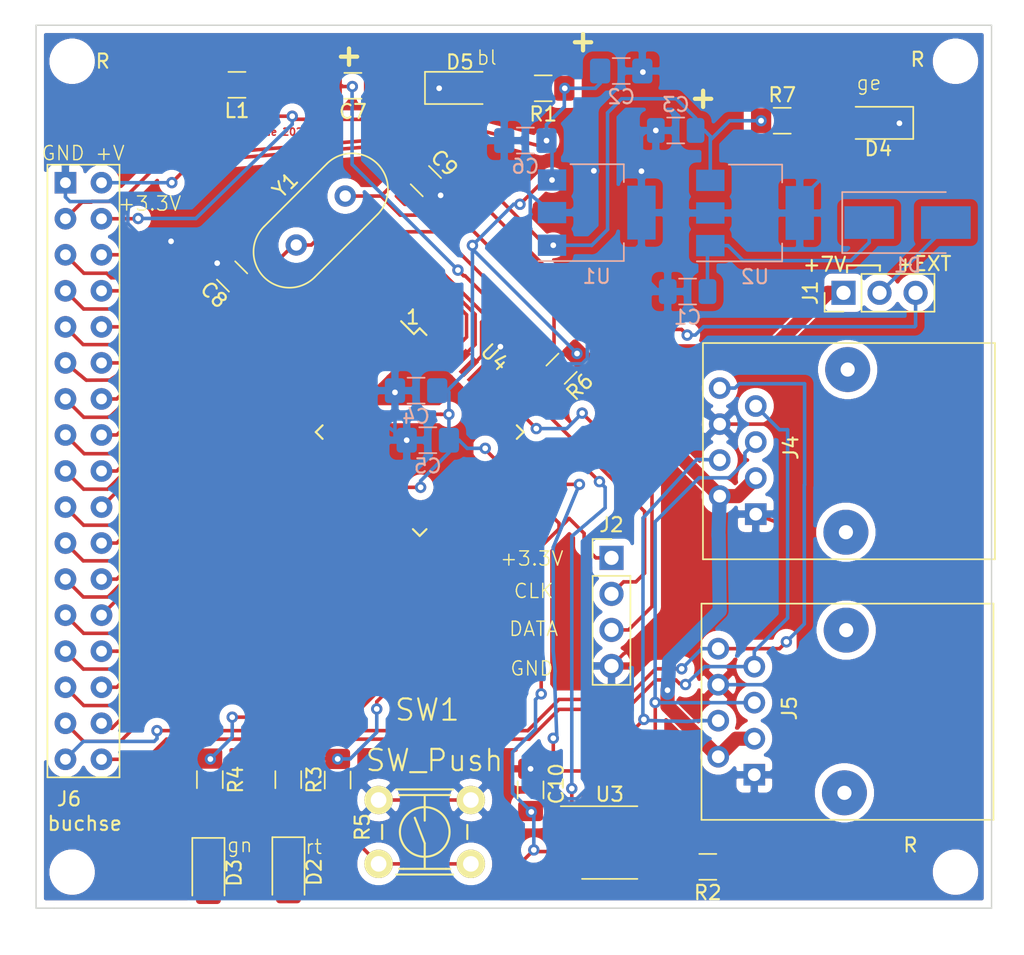
<source format=kicad_pcb>
(kicad_pcb (version 20171130) (host pcbnew 5.1.5-52549c5~86~ubuntu18.04.1)
  (layers (0 F.Cu signal) (31 B.Cu signal) (34 B.Paste user) (35 F.Paste user) (36 B.SilkS user) (37 F.SilkS user) (38 B.Mask user) (39 F.Mask user) (44 Edge.Cuts user))
  (net 0 "")
  (net 1 "Net-(C1-Pad2)")
  (net 2 GND)
  (net 3 +3V3)
  (net 4 +5V)
  (net 5 AVCC)
  (net 6 "Net-(C8-Pad1)")
  (net 7 "Net-(C9-Pad1)")
  (net 8 "Net-(D1-Pad2)")
  (net 9 "Net-(D2-Pad1)")
  (net 10 "Net-(D3-Pad1)")
  (net 11 "Net-(D4-Pad2)")
  (net 12 "Net-(D5-Pad2)")
  (net 13 +V)
  (net 14 +7V)
  (net 15 CANL)
  (net 16 CANH)
  (net 17 DCC_A)
  (net 18 DCC_B)
  (net 19 PC2)
  (net 20 PC0)
  (net 21 PA0)
  (net 22 PA2)
  (net 23 PA6)
  (net 24 PB2)
  (net 25 PA4)
  (net 26 PB0)
  (net 27 PC4)
  (net 28 PC6)
  (net 29 PD4)
  (net 30 PD6)
  (net 31 PD0)
  (net 32 PD2)
  (net 33 PA1)
  (net 34 PA3)
  (net 35 PA5)
  (net 36 PA7)
  (net 37 PB1)
  (net 38 PB3)
  (net 39 PC1)
  (net 40 PC3)
  (net 41 PC5)
  (net 42 PC7)
  (net 43 PD1)
  (net 44 PD3)
  (net 45 PD5)
  (net 46 PD7)
  (net 47 "Net-(R2-Pad2)")
  (net 48 PE1)
  (net 49 PE0)
  (net 50 "Net-(R5-Pad1)")
  (net 51 "Net-(U3-Pad4)")
  (net 52 "Net-(U3-Pad1)")
  (net 53 PDI_DATA)
  (net 54 PDICLK)
  (net 55 "Net-(U3-Pad5)")
  (module Capacitor_SMD:C_1206_3216Metric_Pad1.42x1.75mm_HandSolder (layer F.Cu) (at 108.68 72.85 180)
    (fp_text reference C7 (at 0 -1.82) (layer F.SilkS))
    (fp_text value 1u)
    (pad 2 smd roundrect (at 1.4875 0 180) (size 1.425 1.75) (layers F.Cu F.Paste F.Mask) (roundrect_rratio 0.175439) (net 5 AVCC))
    (pad 1 smd roundrect (at -1.4875 0 180) (size 1.425 1.75) (layers F.Cu F.Paste F.Mask) (roundrect_rratio 0.175439) (net 2 GND))
  )
  (module Inductor_SMD:L_1206_3216Metric_Pad1.42x1.75mm_HandSolder (layer F.Cu) (at 100.5125 72.78 180)
    (fp_text reference L1 (at 0 -1.82) (layer F.SilkS))
    (fp_text value "Ferrit 60Ohm")
    (pad 2 smd roundrect (at 1.4875 0 180) (size 1.425 1.75) (layers F.Cu F.Paste F.Mask) (roundrect_rratio 0.175439) (net 3 +3V3))
    (pad 1 smd roundrect (at -1.4875 0 180) (size 1.425 1.75) (layers F.Cu F.Paste F.Mask) (roundrect_rratio 0.175439) (net 5 AVCC))
  )
  (module sboxnet:8p8c-mebp (layer F.Cu) (at 143.41 98.6 90)
    (fp_text reference J4 (at 0.24638 -3.87096 90) (layer F.SilkS))
    (fp_text value 8P8C)
    (pad "" np_thru_hole circle (at 5.75 0.12446 90) (size 3.17 3.17) (drill 1) (layers *.Cu *.Mask))
    (pad "" np_thru_hole circle (at -5.715 0 90) (size 3.17 3.17) (drill 1) (layers *.Cu *.Mask))
    (pad 1 thru_hole rect (at -4.44 -6.35 90) (size 1.524 1.524) (drill oval 0.9) (layers *.Cu *.Mask) (net 2 GND))
    (pad 2 thru_hole circle (at -3.17 -8.89 90) (size 1.524 1.524) (drill 0.9) (layers *.Cu *.Mask) (net 14 +7V))
    (pad 3 thru_hole circle (at -1.9 -6.35 90) (size 1.524 1.524) (drill 0.9) (layers *.Cu *.Mask) (net 14 +7V))
    (pad 4 thru_hole circle (at -0.63 -8.89 90) (size 1.524 1.524) (drill 0.9) (layers *.Cu *.Mask) (net 15 CANL))
    (pad 5 thru_hole circle (at 0.64 -6.35 90) (size 1.524 1.524) (drill 0.9) (layers *.Cu *.Mask) (net 16 CANH))
    (pad 7 thru_hole circle (at 3.18 -6.35 90) (size 1.524 1.524) (drill 0.9) (layers *.Cu *.Mask) (net 17 DCC_A))
    (pad 6 thru_hole circle (at 1.905 -8.89 90) (size 1.524 1.524) (drill 0.9) (layers *.Cu *.Mask) (net 2 GND))
    (pad 8 thru_hole circle (at 4.445 -8.89 90) (size 1.524 1.524) (drill 0.9) (layers *.Cu *.Mask) (net 18 DCC_B))
  )
  (module Connector_PinHeader_2.54mm:PinHeader_1x03_P2.54mm_Vertical (layer F.Cu) (at 143.24 87.44 90)
    (fp_text reference J1 (at 0 -2.33 90) (layer F.SilkS))
    (fp_text value Conn_01x03)
    (pad 3 thru_hole oval (at 0 5.08 90) (size 1.7 1.7) (drill 1) (layers *.Cu *.Mask) (net 13 +V))
    (pad 2 thru_hole oval (at 0 2.54 90) (size 1.7 1.7) (drill 1) (layers *.Cu *.Mask) (net 8 "Net-(D1-Pad2)"))
    (pad 1 thru_hole rect (at 0 0 90) (size 1.7 1.7) (drill 1) (layers *.Cu *.Mask) (net 14 +7V))
  )
  (module sboxnet:8p8c-mebp (layer F.Cu) (at 143.3068 116.967 90)
    (fp_text reference J5 (at 0.24638 -3.87096 90) (layer F.SilkS))
    (fp_text value 8P8C)
    (pad "" np_thru_hole circle (at 5.75 0.12446 90) (size 3.17 3.17) (drill 1) (layers *.Cu *.Mask))
    (pad "" np_thru_hole circle (at -5.715 0 90) (size 3.17 3.17) (drill 1) (layers *.Cu *.Mask))
    (pad 1 thru_hole rect (at -4.44 -6.35 90) (size 1.524 1.524) (drill oval 0.9) (layers *.Cu *.Mask) (net 2 GND))
    (pad 2 thru_hole circle (at -3.17 -8.89 90) (size 1.524 1.524) (drill 0.9) (layers *.Cu *.Mask) (net 14 +7V))
    (pad 3 thru_hole circle (at -1.9 -6.35 90) (size 1.524 1.524) (drill 0.9) (layers *.Cu *.Mask) (net 14 +7V))
    (pad 4 thru_hole circle (at -0.63 -8.89 90) (size 1.524 1.524) (drill 0.9) (layers *.Cu *.Mask) (net 15 CANL))
    (pad 5 thru_hole circle (at 0.64 -6.35 90) (size 1.524 1.524) (drill 0.9) (layers *.Cu *.Mask) (net 16 CANH))
    (pad 7 thru_hole circle (at 3.18 -6.35 90) (size 1.524 1.524) (drill 0.9) (layers *.Cu *.Mask) (net 17 DCC_A))
    (pad 6 thru_hole circle (at 1.905 -8.89 90) (size 1.524 1.524) (drill 0.9) (layers *.Cu *.Mask) (net 2 GND))
    (pad 8 thru_hole circle (at 4.445 -8.89 90) (size 1.524 1.524) (drill 0.9) (layers *.Cu *.Mask) (net 18 DCC_B))
  )
  (module Resistor_SMD:R_1206_3216Metric_Pad1.42x1.75mm_HandSolder (layer F.Cu) (at 133.68 127.9 180)
    (fp_text reference R2 (at 0 -1.82) (layer F.SilkS))
    (fp_text value 15k)
    (pad 2 smd roundrect (at 1.4875 0 180) (size 1.425 1.75) (layers F.Cu F.Paste F.Mask) (roundrect_rratio 0.175439) (net 47 "Net-(R2-Pad2)"))
    (pad 1 smd roundrect (at -1.4875 0 180) (size 1.425 1.75) (layers F.Cu F.Paste F.Mask) (roundrect_rratio 0.175439) (net 2 GND))
  )
  (module MountingHole:MountingHole_2.2mm_M2 (layer F.Cu) (at 88.9 71.12)
    (fp_text reference R (at 2.159 0) (layer F.SilkS))
    (fp_text value MH2.2)
    (pad 1 np_thru_hole circle (at 0 0) (size 2.2 2.2) (drill 2.2) (layers *.Cu *.Mask))
  )
  (module MountingHole:MountingHole_2.2mm_M2 (layer F.Cu) (at 88.9 128.27)
    (fp_text reference buchse (at 0.889 -3.429) (layer F.SilkS))
    (fp_text value MH2.2)
    (pad 1 np_thru_hole circle (at 0 0) (size 2.2 2.2) (drill 2.2) (layers *.Cu *.Mask))
  )
  (module MountingHole:MountingHole_2.2mm_M2 (layer F.Cu) (at 151.13 128.27)
    (fp_text reference R (at -3.175 -1.905) (layer F.SilkS))
    (fp_text value " MH2.2")
    (pad 1 np_thru_hole circle (at 0 0) (size 2.2 2.2) (drill 2.2) (layers *.Cu *.Mask))
  )
  (module MountingHole:MountingHole_2.2mm_M2 (layer F.Cu) (at 151.13 71.12)
    (fp_text reference R (at -2.667 -0.127) (layer F.SilkS))
    (fp_text value MH2.2)
    (pad 1 np_thru_hole circle (at 0 0) (size 2.2 2.2) (drill 2.2) (layers *.Cu *.Mask))
  )
  (module Package_QFP:TQFP-44_10x10mm_P0.8mm (layer F.Cu) (at 113.3856 97.2566 315)
    (fp_text reference U4 (at 0 -7.45 135) (layer F.SilkS))
    (fp_text value ATxmega32A4U-AU)
    (pad 44 smd rect (at -4 -5.7 45) (size 1.5 0.55) (layers F.Cu F.Paste F.Mask) (net 25 PA4))
    (pad 43 smd rect (at -3.2 -5.7 45) (size 1.5 0.55) (layers F.Cu F.Paste F.Mask) (net 34 PA3))
    (pad 42 smd rect (at -2.4 -5.7 45) (size 1.5 0.55) (layers F.Cu F.Paste F.Mask) (net 22 PA2))
    (pad 41 smd rect (at -1.6 -5.7 45) (size 1.5 0.55) (layers F.Cu F.Paste F.Mask) (net 33 PA1))
    (pad 40 smd rect (at -0.8 -5.7 45) (size 1.5 0.55) (layers F.Cu F.Paste F.Mask) (net 21 PA0))
    (pad 39 smd rect (at 0 -5.7 45) (size 1.5 0.55) (layers F.Cu F.Paste F.Mask) (net 5 AVCC))
    (pad 38 smd rect (at 0.8 -5.7 45) (size 1.5 0.55) (layers F.Cu F.Paste F.Mask) (net 2 GND))
    (pad 37 smd rect (at 1.6 -5.7 45) (size 1.5 0.55) (layers F.Cu F.Paste F.Mask) (net 6 "Net-(C8-Pad1)"))
    (pad 36 smd rect (at 2.4 -5.7 45) (size 1.5 0.55) (layers F.Cu F.Paste F.Mask) (net 7 "Net-(C9-Pad1)"))
    (pad 35 smd rect (at 3.2 -5.7 45) (size 1.5 0.55) (layers F.Cu F.Paste F.Mask) (net 54 PDICLK))
    (pad 34 smd rect (at 4 -5.7 45) (size 1.5 0.55) (layers F.Cu F.Paste F.Mask) (net 53 PDI_DATA))
    (pad 33 smd rect (at 5.7 -4 315) (size 1.5 0.55) (layers F.Cu F.Paste F.Mask) (net 52 "Net-(U3-Pad1)"))
    (pad 32 smd rect (at 5.7 -3.2 315) (size 1.5 0.55) (layers F.Cu F.Paste F.Mask) (net 51 "Net-(U3-Pad4)"))
    (pad 31 smd rect (at 5.7 -2.4 315) (size 1.5 0.55) (layers F.Cu F.Paste F.Mask) (net 3 +3V3))
    (pad 30 smd rect (at 5.7 -1.6 315) (size 1.5 0.55) (layers F.Cu F.Paste F.Mask) (net 2 GND))
    (pad 29 smd rect (at 5.7 -0.8 315) (size 1.5 0.55) (layers F.Cu F.Paste F.Mask) (net 48 PE1))
    (pad 28 smd rect (at 5.7 0 315) (size 1.5 0.55) (layers F.Cu F.Paste F.Mask) (net 49 PE0))
    (pad 27 smd rect (at 5.7 0.8 315) (size 1.5 0.55) (layers F.Cu F.Paste F.Mask) (net 46 PD7))
    (pad 26 smd rect (at 5.7 1.6 315) (size 1.5 0.55) (layers F.Cu F.Paste F.Mask) (net 30 PD6))
    (pad 25 smd rect (at 5.7 2.4 315) (size 1.5 0.55) (layers F.Cu F.Paste F.Mask) (net 45 PD5))
    (pad 24 smd rect (at 5.7 3.2 315) (size 1.5 0.55) (layers F.Cu F.Paste F.Mask) (net 29 PD4))
    (pad 23 smd rect (at 5.7 4 315) (size 1.5 0.55) (layers F.Cu F.Paste F.Mask) (net 44 PD3))
    (pad 22 smd rect (at 4 5.7 45) (size 1.5 0.55) (layers F.Cu F.Paste F.Mask) (net 32 PD2))
    (pad 21 smd rect (at 3.2 5.7 45) (size 1.5 0.55) (layers F.Cu F.Paste F.Mask) (net 43 PD1))
    (pad 20 smd rect (at 2.4 5.7 45) (size 1.5 0.55) (layers F.Cu F.Paste F.Mask) (net 31 PD0))
    (pad 19 smd rect (at 1.6 5.7 45) (size 1.5 0.55) (layers F.Cu F.Paste F.Mask) (net 3 +3V3))
    (pad 18 smd rect (at 0.8 5.7 45) (size 1.5 0.55) (layers F.Cu F.Paste F.Mask) (net 2 GND))
    (pad 17 smd rect (at 0 5.7 45) (size 1.5 0.55) (layers F.Cu F.Paste F.Mask) (net 42 PC7))
    (pad 16 smd rect (at -0.8 5.7 45) (size 1.5 0.55) (layers F.Cu F.Paste F.Mask) (net 28 PC6))
    (pad 15 smd rect (at -1.6 5.7 45) (size 1.5 0.55) (layers F.Cu F.Paste F.Mask) (net 41 PC5))
    (pad 14 smd rect (at -2.4 5.7 45) (size 1.5 0.55) (layers F.Cu F.Paste F.Mask) (net 27 PC4))
    (pad 13 smd rect (at -3.2 5.7 45) (size 1.5 0.55) (layers F.Cu F.Paste F.Mask) (net 40 PC3))
    (pad 12 smd rect (at -4 5.7 45) (size 1.5 0.55) (layers F.Cu F.Paste F.Mask) (net 19 PC2))
    (pad 11 smd rect (at -5.7 4 315) (size 1.5 0.55) (layers F.Cu F.Paste F.Mask) (net 39 PC1))
    (pad 10 smd rect (at -5.7 3.2 315) (size 1.5 0.55) (layers F.Cu F.Paste F.Mask) (net 20 PC0))
    (pad 9 smd rect (at -5.7 2.4 315) (size 1.5 0.55) (layers F.Cu F.Paste F.Mask) (net 3 +3V3))
    (pad 8 smd rect (at -5.7 1.6 315) (size 1.5 0.55) (layers F.Cu F.Paste F.Mask) (net 2 GND))
    (pad 7 smd rect (at -5.7 0.8 315) (size 1.5 0.55) (layers F.Cu F.Paste F.Mask) (net 38 PB3))
    (pad 6 smd rect (at -5.7 0 315) (size 1.5 0.55) (layers F.Cu F.Paste F.Mask) (net 24 PB2))
    (pad 5 smd rect (at -5.7 -0.8 315) (size 1.5 0.55) (layers F.Cu F.Paste F.Mask) (net 37 PB1))
    (pad 4 smd rect (at -5.7 -1.6 315) (size 1.5 0.55) (layers F.Cu F.Paste F.Mask) (net 26 PB0))
    (pad 3 smd rect (at -5.7 -2.4 315) (size 1.5 0.55) (layers F.Cu F.Paste F.Mask) (net 36 PA7))
    (pad 2 smd rect (at -5.7 -3.2 315) (size 1.5 0.55) (layers F.Cu F.Paste F.Mask) (net 23 PA6))
    (pad 1 smd oval (at -5.7 -4 315) (size 1.5 0.55) (layers F.Cu F.Paste F.Mask) (net 35 PA5))
  )
  (module Crystal:Crystal_HC49-U_Vertical (layer F.Cu) (at 104.69 84.07 45)
    (fp_text reference Y1 (at 2.44 -3.525 45) (layer F.SilkS))
    (fp_text value 16MHz)
    (pad 2 thru_hole circle (at 4.88 0 45) (size 1.5 1.5) (drill 0.8) (layers *.Cu *.Mask) (net 7 "Net-(C9-Pad1)"))
    (pad 1 thru_hole circle (at 0 0 45) (size 1.5 1.5) (drill 0.8) (layers *.Cu *.Mask) (net 6 "Net-(C8-Pad1)"))
  )
  (module Capacitor_SMD:C_1206_3216Metric_Pad1.42x1.75mm_HandSolder (layer F.Cu) (at 113.82 79.57 315)
    (fp_text reference C9 (at 0 -1.82 135) (layer F.SilkS))
    (fp_text value 15p)
    (pad 2 smd roundrect (at 1.4875 0 315) (size 1.425 1.75) (layers F.Cu F.Paste F.Mask) (roundrect_rratio 0.175439) (net 2 GND))
    (pad 1 smd roundrect (at -1.4875 0 315) (size 1.425 1.75) (layers F.Cu F.Paste F.Mask) (roundrect_rratio 0.175439) (net 7 "Net-(C9-Pad1)"))
  )
  (module Capacitor_SMD:C_1206_3216Metric_Pad1.42x1.75mm_HandSolder (layer F.Cu) (at 100.17 86.29 135)
    (fp_text reference C8 (at 0 -1.82 135) (layer F.SilkS))
    (fp_text value 15p)
    (pad 2 smd roundrect (at 1.4875 0 135) (size 1.425 1.75) (layers F.Cu F.Paste F.Mask) (roundrect_rratio 0.175439) (net 2 GND))
    (pad 1 smd roundrect (at -1.4875 0 135) (size 1.425 1.75) (layers F.Cu F.Paste F.Mask) (roundrect_rratio 0.175439) (net 6 "Net-(C8-Pad1)"))
  )
  (module Capacitor_SMD:C_1206_3216Metric_Pad1.42x1.75mm_HandSolder (layer B.Cu) (at 120.8278 76.708)
    (fp_text reference C6 (at 0 1.82) (layer B.SilkS) (effects (justify mirror)))
    (fp_text value 100n)
    (pad 2 smd roundrect (at 1.4875 0) (size 1.425 1.75) (layers B.Cu B.Paste B.Mask) (roundrect_rratio 0.175439) (net 3 +3V3))
    (pad 1 smd roundrect (at -1.4875 0) (size 1.425 1.75) (layers B.Cu B.Paste B.Mask) (roundrect_rratio 0.175439) (net 2 GND))
  )
  (module Diode_SMD:D_SMB_Handsoldering (layer B.Cu) (at 147.75 82.49)
    (fp_text reference D1 (at 0 3) (layer B.SilkS) (effects (justify mirror)))
    (fp_text value SKL13B)
    (pad 2 smd rect (at 2.7 0) (size 3.5 2.3) (layers B.Cu B.Paste B.Mask) (net 8 "Net-(D1-Pad2)"))
    (pad 1 smd rect (at -2.7 0) (size 3.5 2.3) (layers B.Cu B.Paste B.Mask) (net 1 "Net-(C1-Pad2)"))
  )
  (module Package_TO_SOT_SMD:SOT-223-3_TabPin2 (layer B.Cu) (at 137.0076 81.8134)
    (fp_text reference U2 (at 0 4.5) (layer B.SilkS) (effects (justify mirror)))
    (fp_text value MCP1703A-5002_SOT223)
    (pad 1 smd rect (at -3.15 2.3) (size 2 1.5) (layers B.Cu B.Paste B.Mask) (net 1 "Net-(C1-Pad2)"))
    (pad 3 smd rect (at -3.15 -2.3) (size 2 1.5) (layers B.Cu B.Paste B.Mask) (net 4 +5V))
    (pad 2 smd rect (at -3.15 0) (size 2 1.5) (layers B.Cu B.Paste B.Mask) (net 2 GND))
    (pad 2 smd rect (at 3.15 0) (size 2 3.8) (layers B.Cu B.Paste B.Mask) (net 2 GND))
  )
  (module Package_SO:SOIC-8_3.9x4.9mm_P1.27mm (layer F.Cu) (at 126.7714 126.1872)
    (fp_text reference U3 (at 0 -3.4) (layer F.SilkS))
    (fp_text value SN65HVD230)
    (pad 8 smd roundrect (at 2.475 -1.905) (size 1.95 0.6) (layers F.Cu F.Paste F.Mask) (net 47 "Net-(R2-Pad2)"))
    (pad 7 smd roundrect (at 2.475 -0.635) (size 1.95 0.6) (layers F.Cu F.Paste F.Mask) (net 16 CANH))
    (pad 6 smd roundrect (at 2.475 0.635) (size 1.95 0.6) (layers F.Cu F.Paste F.Mask) (net 15 CANL))
    (pad 5 smd roundrect (at 2.475 1.905) (size 1.95 0.6) (layers F.Cu F.Paste F.Mask) (net 55 "Net-(U3-Pad5)"))
    (pad 4 smd roundrect (at -2.475 1.905) (size 1.95 0.6) (layers F.Cu F.Paste F.Mask) (net 51 "Net-(U3-Pad4)"))
    (pad 3 smd roundrect (at -2.475 0.635) (size 1.95 0.6) (layers F.Cu F.Paste F.Mask) (net 3 +3V3))
    (pad 2 smd roundrect (at -2.475 -0.635) (size 1.95 0.6) (layers F.Cu F.Paste F.Mask) (net 2 GND))
    (pad 1 smd rect (at -2.475 -1.905) (size 1.95 0.6) (layers F.Cu F.Paste F.Mask) (net 52 "Net-(U3-Pad1)"))
  )
  (module Package_TO_SOT_SMD:SOT-223-3_TabPin2 (layer B.Cu) (at 125.857 81.788)
    (fp_text reference U1 (at 0 4.5) (layer B.SilkS) (effects (justify mirror)))
    (fp_text value MCP1703A-3302_SOT223)
    (pad 1 smd rect (at -3.15 2.3) (size 2 1.5) (layers B.Cu B.Paste B.Mask) (net 4 +5V))
    (pad 3 smd rect (at -3.15 -2.3) (size 2 1.5) (layers B.Cu B.Paste B.Mask) (net 3 +3V3))
    (pad 2 smd rect (at -3.15 0) (size 2 1.5) (layers B.Cu B.Paste B.Mask) (net 2 GND))
    (pad 2 smd rect (at 3.15 0) (size 2 3.8) (layers B.Cu B.Paste B.Mask) (net 2 GND))
  )
  (module sboxnet:JTP-1130 (layer F.Cu) (at 113.74 125.44)
    (fp_text reference SW1 (at 0.179 -8.6) (layer F.SilkS) (effects (font (size 1.5 1.5))))
    (fp_text value SW_Push (at 0.687 -5.044) (layer F.SilkS) (effects (font (size 1.5 1.5))))
    (pad 1 thru_hole circle (at 3.25 2.25) (size 2 2) (drill 1.1) (layers *.Cu *.Mask F.SilkS) (net 50 "Net-(R5-Pad1)"))
    (pad 1 thru_hole circle (at -3.25 2.25) (size 2 2) (drill 1.1) (layers *.Cu *.Mask F.SilkS) (net 50 "Net-(R5-Pad1)"))
    (pad 2 thru_hole circle (at 3.25 -2.25) (size 2 2) (drill 1.1) (layers *.Cu *.Mask F.SilkS) (net 2 GND))
    (pad 2 thru_hole circle (at -3.25 -2.25) (size 2 2) (drill 1.1) (layers *.Cu *.Mask F.SilkS) (net 2 GND))
  )
  (module Resistor_SMD:R_1206_3216Metric_Pad1.42x1.75mm_HandSolder (layer F.Cu) (at 138.9237 75.311)
    (fp_text reference R7 (at 0 -1.82) (layer F.SilkS))
    (fp_text value 470)
    (pad 2 smd roundrect (at 1.4875 0) (size 1.425 1.75) (layers F.Cu F.Paste F.Mask) (roundrect_rratio 0.175439) (net 11 "Net-(D4-Pad2)"))
    (pad 1 smd roundrect (at -1.4875 0) (size 1.425 1.75) (layers F.Cu F.Paste F.Mask) (roundrect_rratio 0.175439) (net 4 +5V))
  )
  (module Resistor_SMD:R_1206_3216Metric_Pad1.42x1.75mm_HandSolder (layer F.Cu) (at 123.38 92.79 225)
    (fp_text reference R6 (at 0 -1.82 45) (layer F.SilkS))
    (fp_text value 10k)
    (pad 2 smd roundrect (at 1.4875 0 225) (size 1.425 1.75) (layers F.Cu F.Paste F.Mask) (roundrect_rratio 0.175439) (net 54 PDICLK))
    (pad 1 smd roundrect (at -1.4875 0 225) (size 1.425 1.75) (layers F.Cu F.Paste F.Mask) (roundrect_rratio 0.175439) (net 3 +3V3))
  )
  (module Resistor_SMD:R_1206_3216Metric_Pad1.42x1.75mm_HandSolder (layer F.Cu) (at 107.6071 121.7819 90)
    (fp_text reference R5 (at -3.3131 1.7399 90) (layer F.SilkS))
    (fp_text value 1k)
    (pad 2 smd roundrect (at 1.4875 0 90) (size 1.425 1.75) (layers F.Cu F.Paste F.Mask) (roundrect_rratio 0.175439) (net 48 PE1))
    (pad 1 smd roundrect (at -1.4875 0 90) (size 1.425 1.75) (layers F.Cu F.Paste F.Mask) (roundrect_rratio 0.175439) (net 50 "Net-(R5-Pad1)"))
  )
  (module Resistor_SMD:R_1206_3216Metric_Pad1.42x1.75mm_HandSolder (layer F.Cu) (at 98.6028 121.7533 270)
    (fp_text reference R4 (at 0 -1.82 90) (layer F.SilkS))
    (fp_text value 470)
    (pad 2 smd roundrect (at 1.4875 0 270) (size 1.425 1.75) (layers F.Cu F.Paste F.Mask) (roundrect_rratio 0.175439) (net 10 "Net-(D3-Pad1)"))
    (pad 1 smd roundrect (at -1.4875 0 270) (size 1.425 1.75) (layers F.Cu F.Paste F.Mask) (roundrect_rratio 0.175439) (net 49 PE0))
  )
  (module Resistor_SMD:R_1206_3216Metric_Pad1.42x1.75mm_HandSolder (layer F.Cu) (at 104.1273 121.7549 270)
    (fp_text reference R3 (at 0 -1.82 90) (layer F.SilkS))
    (fp_text value 470)
    (pad 2 smd roundrect (at 1.4875 0 270) (size 1.425 1.75) (layers F.Cu F.Paste F.Mask) (roundrect_rratio 0.175439) (net 9 "Net-(D2-Pad1)"))
    (pad 1 smd roundrect (at -1.4875 0 270) (size 1.425 1.75) (layers F.Cu F.Paste F.Mask) (roundrect_rratio 0.175439) (net 48 PE1))
  )
  (module Resistor_SMD:R_1206_3216Metric_Pad1.42x1.75mm_HandSolder (layer F.Cu) (at 122.0867 73.025 180)
    (fp_text reference R1 (at 0 -1.82) (layer F.SilkS))
    (fp_text value 470)
    (pad 2 smd roundrect (at 1.4875 0 180) (size 1.425 1.75) (layers F.Cu F.Paste F.Mask) (roundrect_rratio 0.175439) (net 12 "Net-(D5-Pad2)"))
    (pad 1 smd roundrect (at -1.4875 0 180) (size 1.425 1.75) (layers F.Cu F.Paste F.Mask) (roundrect_rratio 0.175439) (net 3 +3V3))
  )
  (module sboxnet:sboxnet-buchse-2x17 (layer F.Cu) (at 90.9701 122.8598 180)
    (fp_text reference J6 (at 2.286 -0.254) (layer F.SilkS))
    (fp_text value sboxnet-buchse_2x17)
    (pad 19 thru_hole circle (at 0 20.32) (size 1.524 1.524) (drill 0.762) (layers *.Cu *.Mask) (net 19 PC2))
    (pad 33 thru_hole circle (at 0 2.54) (size 1.524 1.524) (drill 0.762) (layers *.Cu *.Mask) (net 17 DCC_A))
    (pad 17 thru_hole circle (at 0 22.86) (size 1.524 1.524) (drill 0.762) (layers *.Cu *.Mask) (net 20 PC0))
    (pad 5 thru_hole circle (at 0 38.1) (size 1.524 1.524) (drill 0.762) (layers *.Cu *.Mask) (net 21 PA0))
    (pad 7 thru_hole circle (at 0 35.56) (size 1.524 1.524) (drill 0.762) (layers *.Cu *.Mask) (net 22 PA2))
    (pad 11 thru_hole circle (at 0 30.48) (size 1.524 1.524) (drill 0.762) (layers *.Cu *.Mask) (net 23 PA6))
    (pad 15 thru_hole circle (at 0 25.4) (size 1.524 1.524) (drill 0.762) (layers *.Cu *.Mask) (net 24 PB2))
    (pad 9 thru_hole circle (at 0 33.02) (size 1.524 1.524) (drill 0.762) (layers *.Cu *.Mask) (net 25 PA4))
    (pad 13 thru_hole circle (at 0 27.94) (size 1.524 1.524) (drill 0.762) (layers *.Cu *.Mask) (net 26 PB0))
    (pad 21 thru_hole circle (at 0 17.78) (size 1.524 1.524) (drill 0.762) (layers *.Cu *.Mask) (net 27 PC4))
    (pad 23 thru_hole circle (at 0 15.24) (size 1.524 1.524) (drill 0.762) (layers *.Cu *.Mask) (net 28 PC6))
    (pad 3 thru_hole circle (at 0 40.64) (size 1.524 1.524) (drill 0.762) (layers *.Cu *.Mask) (net 3 +3V3))
    (pad 29 thru_hole circle (at 0 7.62) (size 1.524 1.524) (drill 0.762) (layers *.Cu *.Mask) (net 29 PD4))
    (pad 31 thru_hole circle (at 0 5.08) (size 1.524 1.524) (drill 0.762) (layers *.Cu *.Mask) (net 30 PD6))
    (pad 25 thru_hole circle (at 0 12.7) (size 1.524 1.524) (drill 0.762) (layers *.Cu *.Mask) (net 31 PD0))
    (pad 27 thru_hole circle (at 0 10.16) (size 1.524 1.524) (drill 0.762) (layers *.Cu *.Mask) (net 32 PD2))
    (pad 1 thru_hole circle (at 0 43.18) (size 1.524 1.524) (drill 0.762) (layers *.Cu *.Mask) (net 13 +V))
    (pad 2 thru_hole rect (at 2.54 43.18) (size 1.524 1.524) (drill 0.762) (layers *.Cu *.Mask) (net 2 GND))
    (pad 4 thru_hole circle (at 2.54 40.64) (size 1.524 1.524) (drill 0.762) (layers *.Cu *.Mask) (net 4 +5V))
    (pad 6 thru_hole circle (at 2.54 38.1) (size 1.524 1.524) (drill 0.762) (layers *.Cu *.Mask) (net 33 PA1))
    (pad 8 thru_hole circle (at 2.54 35.56) (size 1.524 1.524) (drill 0.762) (layers *.Cu *.Mask) (net 34 PA3))
    (pad 10 thru_hole circle (at 2.54 33.02) (size 1.524 1.524) (drill 0.762) (layers *.Cu *.Mask) (net 35 PA5))
    (pad 12 thru_hole circle (at 2.54 30.48) (size 1.524 1.524) (drill 0.762) (layers *.Cu *.Mask) (net 36 PA7))
    (pad 14 thru_hole circle (at 2.54 27.94) (size 1.524 1.524) (drill 0.762) (layers *.Cu *.Mask) (net 37 PB1))
    (pad 16 thru_hole circle (at 2.54 25.4) (size 1.524 1.524) (drill 0.762) (layers *.Cu *.Mask) (net 38 PB3))
    (pad 18 thru_hole circle (at 2.54 22.86) (size 1.524 1.524) (drill 0.762) (layers *.Cu *.Mask) (net 39 PC1))
    (pad 20 thru_hole circle (at 2.54 20.32) (size 1.524 1.524) (drill 0.762) (layers *.Cu *.Mask) (net 40 PC3))
    (pad 22 thru_hole circle (at 2.54 17.78) (size 1.524 1.524) (drill 0.762) (layers *.Cu *.Mask) (net 41 PC5))
    (pad 24 thru_hole circle (at 2.54 15.24) (size 1.524 1.524) (drill 0.762) (layers *.Cu *.Mask) (net 42 PC7))
    (pad 26 thru_hole circle (at 2.54 12.7) (size 1.524 1.524) (drill 0.762) (layers *.Cu *.Mask) (net 43 PD1))
    (pad 28 thru_hole circle (at 2.54 10.16) (size 1.524 1.524) (drill 0.762) (layers *.Cu *.Mask) (net 44 PD3))
    (pad 30 thru_hole circle (at 2.54 7.62) (size 1.524 1.524) (drill 0.762) (layers *.Cu *.Mask) (net 45 PD5))
    (pad 32 thru_hole circle (at 2.54 5.08) (size 1.524 1.524) (drill 0.762) (layers *.Cu *.Mask) (net 46 PD7))
    (pad 34 thru_hole circle (at 2.54 2.54) (size 1.524 1.524) (drill 0.762) (layers *.Cu *.Mask) (net 18 DCC_B))
  )
  (module Connector_PinHeader_2.54mm:PinHeader_1x04_P2.54mm_Vertical (layer F.Cu) (at 126.8984 106.1212)
    (fp_text reference J2 (at 0 -2.33) (layer F.SilkS))
    (fp_text value Conn_01x04)
    (pad 4 thru_hole oval (at 0 7.62) (size 1.7 1.7) (drill 1) (layers *.Cu *.Mask) (net 2 GND))
    (pad 3 thru_hole oval (at 0 5.08) (size 1.7 1.7) (drill 1) (layers *.Cu *.Mask) (net 53 PDI_DATA))
    (pad 2 thru_hole oval (at 0 2.54) (size 1.7 1.7) (drill 1) (layers *.Cu *.Mask) (net 54 PDICLK))
    (pad 1 thru_hole rect (at 0 0) (size 1.7 1.7) (drill 1) (layers *.Cu *.Mask) (net 3 +3V3))
  )
  (module LED_SMD:LED_1206_3216Metric_Pad1.42x1.75mm_HandSolder (layer F.Cu) (at 116.2177 72.9996)
    (fp_text reference D5 (at 0 -1.82) (layer F.SilkS))
    (fp_text value LED)
    (pad 2 smd roundrect (at 1.4875 0) (size 1.425 1.75) (layers F.Cu F.Paste F.Mask) (roundrect_rratio 0.175439) (net 12 "Net-(D5-Pad2)"))
    (pad 1 smd roundrect (at -1.4875 0) (size 1.425 1.75) (layers F.Cu F.Paste F.Mask) (roundrect_rratio 0.175439) (net 2 GND))
  )
  (module LED_SMD:LED_1206_3216Metric_Pad1.42x1.75mm_HandSolder (layer F.Cu) (at 145.6944 75.4634 180)
    (fp_text reference D4 (at 0 -1.82) (layer F.SilkS))
    (fp_text value LED)
    (pad 2 smd roundrect (at 1.4875 0 180) (size 1.425 1.75) (layers F.Cu F.Paste F.Mask) (roundrect_rratio 0.175439) (net 11 "Net-(D4-Pad2)"))
    (pad 1 smd roundrect (at -1.4875 0 180) (size 1.425 1.75) (layers F.Cu F.Paste F.Mask) (roundrect_rratio 0.175439) (net 2 GND))
  )
  (module LED_SMD:LED_1206_3216Metric_Pad1.42x1.75mm_HandSolder (layer F.Cu) (at 98.5012 128.3208 270)
    (fp_text reference D3 (at 0 -1.82 90) (layer F.SilkS))
    (fp_text value LED)
    (pad 2 smd roundrect (at 1.4875 0 270) (size 1.425 1.75) (layers F.Cu F.Paste F.Mask) (roundrect_rratio 0.175439) (net 3 +3V3))
    (pad 1 smd roundrect (at -1.4875 0 270) (size 1.425 1.75) (layers F.Cu F.Paste F.Mask) (roundrect_rratio 0.175439) (net 10 "Net-(D3-Pad1)"))
  )
  (module LED_SMD:LED_1206_3216Metric_Pad1.42x1.75mm_HandSolder (layer F.Cu) (at 104.14 128.27 270)
    (fp_text reference D2 (at 0 -1.82 90) (layer F.SilkS))
    (fp_text value LED)
    (pad 2 smd roundrect (at 1.4875 0 270) (size 1.425 1.75) (layers F.Cu F.Paste F.Mask) (roundrect_rratio 0.175439) (net 3 +3V3))
    (pad 1 smd roundrect (at -1.4875 0 270) (size 1.425 1.75) (layers F.Cu F.Paste F.Mask) (roundrect_rratio 0.175439) (net 9 "Net-(D2-Pad1)"))
  )
  (module Capacitor_SMD:C_1206_3216Metric_Pad1.42x1.75mm_HandSolder (layer F.Cu) (at 121.1961 122.4772 270)
    (fp_text reference C10 (at -0.4302 -1.82 90) (layer F.SilkS))
    (fp_text value 100n)
    (pad 2 smd roundrect (at 1.4875 0 270) (size 1.425 1.75) (layers F.Cu F.Paste F.Mask) (roundrect_rratio 0.175439) (net 3 +3V3))
    (pad 1 smd roundrect (at -1.4875 0 270) (size 1.425 1.75) (layers F.Cu F.Paste F.Mask) (roundrect_rratio 0.175439) (net 2 GND))
  )
  (module Capacitor_SMD:C_1206_3216Metric_Pad1.42x1.75mm_HandSolder (layer B.Cu) (at 113.9571 97.8281)
    (fp_text reference C5 (at 0 1.82) (layer B.SilkS) (effects (justify mirror)))
    (fp_text value 100n)
    (pad 2 smd roundrect (at 1.4875 0) (size 1.425 1.75) (layers B.Cu B.Paste B.Mask) (roundrect_rratio 0.175439) (net 3 +3V3))
    (pad 1 smd roundrect (at -1.4875 0) (size 1.425 1.75) (layers B.Cu B.Paste B.Mask) (roundrect_rratio 0.175439) (net 2 GND))
  )
  (module Capacitor_SMD:C_1206_3216Metric_Pad1.42x1.75mm_HandSolder (layer B.Cu) (at 113.1316 94.3356)
    (fp_text reference C4 (at 0 1.82) (layer B.SilkS) (effects (justify mirror)))
    (fp_text value 100n)
    (pad 2 smd roundrect (at 1.4875 0) (size 1.425 1.75) (layers B.Cu B.Paste B.Mask) (roundrect_rratio 0.175439) (net 3 +3V3))
    (pad 1 smd roundrect (at -1.4875 0) (size 1.425 1.75) (layers B.Cu B.Paste B.Mask) (roundrect_rratio 0.175439) (net 2 GND))
  )
  (module Capacitor_SMD:C_1206_3216Metric (layer B.Cu) (at 131.4196 75.9968 180)
    (fp_text reference C3 (at 0 1.82) (layer B.SilkS) (effects (justify mirror)))
    (fp_text value 10u)
    (pad 2 smd roundrect (at 1.4 0 180) (size 1.25 1.75) (layers B.Cu B.Paste B.Mask) (roundrect_rratio 0.2) (net 2 GND))
    (pad 1 smd roundrect (at -1.4 0 180) (size 1.25 1.75) (layers B.Cu B.Paste B.Mask) (roundrect_rratio 0.2) (net 4 +5V))
  )
  (module Capacitor_SMD:C_1206_3216Metric_Pad1.42x1.75mm_HandSolder (layer B.Cu) (at 127.5826 71.8058)
    (fp_text reference C2 (at 0 1.82) (layer B.SilkS) (effects (justify mirror)))
    (fp_text value 10u)
    (pad 2 smd roundrect (at 1.4875 0) (size 1.425 1.75) (layers B.Cu B.Paste B.Mask) (roundrect_rratio 0.175439) (net 2 GND))
    (pad 1 smd roundrect (at -1.4875 0) (size 1.425 1.75) (layers B.Cu B.Paste B.Mask) (roundrect_rratio 0.175439) (net 3 +3V3))
  )
  (module Capacitor_SMD:C_1206_3216Metric (layer B.Cu) (at 132.2578 87.3506)
    (fp_text reference C1 (at 0 1.82) (layer B.SilkS) (effects (justify mirror)))
    (fp_text value 100n)
    (pad 2 smd roundrect (at 1.4 0) (size 1.25 1.75) (layers B.Cu B.Paste B.Mask) (roundrect_rratio 0.2) (net 1 "Net-(C1-Pad2)"))
    (pad 1 smd roundrect (at -1.4 0) (size 1.25 1.75) (layers B.Cu B.Paste B.Mask) (roundrect_rratio 0.2) (net 2 GND))
  )
  (gr_text +EXT (at 148.91 85.39) (layer F.SilkS) (effects (font (size 1 1))))
  (gr_text +7V (at 141.91 85.44) (layer F.SilkS) (effects (font (size 1 1))))
  (gr_line (start 145.81 85.51) (end 145.8 85.89) (layer F.SilkS) (width 0.15))
  (gr_line (start 143.49 85.51) (end 145.81 85.51) (layer F.SilkS) (width 0.15))
  (gr_line (start 143.49 85.99) (end 143.49 85.51) (layer F.SilkS) (width 0.15))
  (gr_text + (at 124.8918 69.6722) (layer F.SilkS) (effects (font (size 1.5 1.5) (thickness 0.3))))
  (gr_text + (at 133.35 73.66) (layer F.SilkS) (effects (font (size 1.5 1.5) (thickness 0.3))))
  (gr_text + (at 108.4072 70.6882) (layer F.SilkS) (effects (font (size 1.5 1.5) (thickness 0.3))))
  (gr_text +3.3V (at 94.361 81.153) (layer F.SilkS) (effects (font (size 1 1) (thickness 0.1))))
  (gr_text +V (at 91.567 77.597) (layer F.SilkS) (effects (font (size 1 1) (thickness 0.1))))
  (gr_text GND (at 88.265 77.597) (layer F.SilkS) (effects (font (size 1 1) (thickness 0.1))))
  (gr_text gn (at 100.711 126.365) (layer F.SilkS) (effects (font (size 1 1) (thickness 0.1))))
  (gr_text rt (at 105.918 126.492) (layer F.SilkS) (effects (font (size 1 1) (thickness 0.1))))
  (gr_text bl (at 118.11 70.866) (layer F.SilkS) (effects (font (size 1 1) (thickness 0.1))))
  (gr_text ge (at 145.034 72.644) (layer F.SilkS) (effects (font (size 1 1) (thickness 0.1))))
  (gr_text DATA (at 121.412 111.125) (layer F.SilkS) (effects (font (size 1 1) (thickness 0.1))))
  (gr_text CLK (at 121.412 108.458) (layer F.SilkS) (effects (font (size 1 1) (thickness 0.1))))
  (gr_text GND (at 121.285 113.919) (layer F.SilkS) (effects (font (size 1 1) (thickness 0.1))))
  (gr_text +3.3V (at 121.285 106.172) (layer F.SilkS) (effects (font (size 1 1) (thickness 0.1))))
  (gr_text 1 (at 112.903 89.154) (layer F.SilkS) (effects (font (size 1 1))))
  (gr_circle (center 125.095 123.063) (end 125.378981 123.063) (layer F.Cu) (width 0.1))
  (gr_circle (center 125.095 123.063) (end 125.222 123.063) (layer F.Cu) (width 0.15))
  (gr_circle (center 111.887 88.773) (end 112.014 88.773) (layer F.Cu) (width 0.15))
  (gr_circle (center 111.887 88.773) (end 112.170981 88.773) (layer F.Cu) (width 0.1))
  (gr_text "(c) Thomas Maier tom@tom.ist-im-web.de 2020.05.07" (at 97.5 76.1) (layer F.Cu) (effects (font (size 0.5 0.5) (thickness 0.1))))
  (gr_text "sboxnet modul v4" (at 94.05 74.51) (layer F.Cu) (effects (font (size 1 1))))
  (gr_line (start 86.36 130.81) (end 86.36 68.58) (layer Edge.Cuts) (width 0.1))
  (gr_line (start 87.63 130.81) (end 86.36 130.81) (layer Edge.Cuts) (width 0.1))
  (gr_line (start 153.67 130.81) (end 87.63 130.81) (layer Edge.Cuts) (width 0.1))
  (gr_line (start 153.67 68.58) (end 153.67 130.81) (layer Edge.Cuts) (width 0.1))
  (gr_line (start 86.36 68.58) (end 153.67 68.58) (layer Edge.Cuts) (width 0.1))
  (segment (start 133.6578 84.3132) (end 133.8576 84.1134) (width 0.25) (layer B.Cu) (net 1))
  (segment (start 133.6578 87.3506) (end 133.6578 84.3132) (width 0.25) (layer B.Cu) (net 1))
  (segment (start 145.05 83.89) (end 145.05 82.49) (width 0.25) (layer B.Cu) (net 1))
  (segment (start 143.77 85.17) (end 145.05 83.89) (width 0.25) (layer B.Cu) (net 1))
  (segment (start 136.1642 85.17) (end 143.77 85.17) (width 0.25) (layer B.Cu) (net 1))
  (segment (start 135.1076 84.1134) (end 136.1642 85.17) (width 0.25) (layer B.Cu) (net 1))
  (segment (start 133.8576 84.1134) (end 135.1076 84.1134) (width 0.25) (layer B.Cu) (net 1))
  (via (at 99.12 85.35) (size 0.8) (drill 0.4) (layers F.Cu B.Cu) (net 2))
  (via (at 114.86 80.57) (size 0.8) (drill 0.4) (layers F.Cu B.Cu) (net 2))
  (via (at 129.1082 71.882) (size 0.8) (drill 0.4) (layers F.Cu B.Cu) (net 2))
  (via (at 114.7572 73.025) (size 0.8) (drill 0.4) (layers F.Cu B.Cu) (net 2))
  (via (at 147.1803 75.4888) (size 0.8) (drill 0.4) (layers F.Cu B.Cu) (net 2))
  (segment (start 137.9688 121.407) (end 138.8618 120.514) (width 0.25) (layer B.Cu) (net 2))
  (segment (start 136.9568 121.407) (end 137.9688 121.407) (width 0.25) (layer B.Cu) (net 2))
  (segment (start 138.8618 116.623238) (end 138.8872 116.597838) (width 0.25) (layer B.Cu) (net 2))
  (segment (start 138.8618 120.514) (end 138.8618 116.623238) (width 0.25) (layer B.Cu) (net 2))
  (segment (start 138.8872 116.597838) (end 138.8872 115.0112) (width 0.25) (layer B.Cu) (net 2))
  (segment (start 138.8364 115.062) (end 134.4168 115.062) (width 0.25) (layer B.Cu) (net 2))
  (segment (start 138.8872 115.0112) (end 138.8364 115.062) (width 0.25) (layer B.Cu) (net 2))
  (segment (start 133.8576 81.8134) (end 140.1576 81.8134) (width 0.25) (layer B.Cu) (net 2))
  (segment (start 133.8322 81.788) (end 133.8576 81.8134) (width 0.25) (layer B.Cu) (net 2))
  (segment (start 129.007 81.788) (end 133.8322 81.788) (width 0.25) (layer B.Cu) (net 2))
  (segment (start 129.007 76.3844) (end 129.3946 75.9968) (width 0.25) (layer B.Cu) (net 2))
  (segment (start 129.3946 75.9968) (end 130.0196 75.9968) (width 0.25) (layer B.Cu) (net 2))
  (segment (start 129.007 81.788) (end 129.007 78.8666) (width 0.25) (layer B.Cu) (net 2))
  (segment (start 129.007 83.938) (end 128.5494 84.3956) (width 0.25) (layer B.Cu) (net 2))
  (segment (start 129.007 81.788) (end 129.007 83.938) (width 0.25) (layer B.Cu) (net 2))
  (segment (start 130.2328 87.3506) (end 130.8578 87.3506) (width 0.25) (layer B.Cu) (net 2))
  (segment (start 128.5494 85.6672) (end 130.2328 87.3506) (width 0.25) (layer B.Cu) (net 2))
  (segment (start 128.5494 84.3956) (end 128.5494 85.6672) (width 0.25) (layer B.Cu) (net 2))
  (segment (start 119.3403 77.583) (end 119.3038 77.6195) (width 0.25) (layer B.Cu) (net 2))
  (segment (start 119.3403 76.708) (end 119.3403 77.583) (width 0.25) (layer B.Cu) (net 2))
  (segment (start 119.3038 77.6195) (end 119.3038 79.6348) (width 0.25) (layer B.Cu) (net 2))
  (segment (start 129.007 78.8666) (end 129.007 76.3844) (width 0.25) (layer B.Cu) (net 2))
  (via (at 129.007 78.8666) (size 0.8) (drill 0.4) (layers F.Cu B.Cu) (net 2))
  (segment (start 129.007 78.8666) (end 125.7558 78.8666) (width 0.25) (layer F.Cu) (net 2))
  (segment (start 123.957 81.788) (end 125.6538 80.0912) (width 0.25) (layer B.Cu) (net 2))
  (segment (start 122.707 81.788) (end 123.957 81.788) (width 0.25) (layer B.Cu) (net 2))
  (segment (start 125.6538 80.0912) (end 125.6538 78.8416) (width 0.25) (layer B.Cu) (net 2))
  (segment (start 125.6538 78.8416) (end 125.6538 78.8416) (width 0.25) (layer B.Cu) (net 2))
  (via (at 125.6538 78.8416) (size 0.8) (drill 0.4) (layers F.Cu B.Cu) (net 2))
  (segment (start 110.49 123.19) (end 116.99 123.19) (width 0.25) (layer F.Cu) (net 2))
  (segment (start 123.3214 125.5522) (end 124.2964 125.5522) (width 0.25) (layer F.Cu) (net 2))
  (segment (start 119.3522 125.5522) (end 123.3214 125.5522) (width 0.25) (layer F.Cu) (net 2))
  (segment (start 116.99 123.19) (end 119.3522 125.5522) (width 0.25) (layer F.Cu) (net 2))
  (segment (start 140.1576 80.9134) (end 143.855 77.216) (width 0.25) (layer B.Cu) (net 2))
  (segment (start 140.1576 81.8134) (end 140.1576 80.9134) (width 0.25) (layer B.Cu) (net 2))
  (segment (start 143.855 77.216) (end 147.0533 77.216) (width 0.25) (layer B.Cu) (net 2))
  (segment (start 147.1803 77.089) (end 147.1803 75.4888) (width 0.25) (layer B.Cu) (net 2))
  (segment (start 147.0533 77.216) (end 147.1803 77.089) (width 0.25) (layer B.Cu) (net 2))
  (segment (start 118.4402 76.708) (end 119.3403 76.708) (width 0.25) (layer B.Cu) (net 2))
  (segment (start 114.7572 73.025) (end 118.4402 76.708) (width 0.25) (layer B.Cu) (net 2))
  (segment (start 130.0196 75.9968) (end 130.0196 75.9968) (width 0.25) (layer B.Cu) (net 2))
  (via (at 130.0196 75.9968) (size 0.8) (drill 0.4) (layers F.Cu B.Cu) (net 2))
  (segment (start 129.3946 75.9968) (end 130.0196 75.9968) (width 0.25) (layer F.Cu) (net 2))
  (segment (start 129.1082 75.7104) (end 129.3946 75.9968) (width 0.25) (layer F.Cu) (net 2))
  (segment (start 129.1082 71.882) (end 129.1082 75.7104) (width 0.25) (layer F.Cu) (net 2))
  (segment (start 119.1903 120.9897) (end 121.1961 120.9897) (width 0.25) (layer F.Cu) (net 2))
  (segment (start 116.99 123.19) (end 119.1903 120.9897) (width 0.25) (layer F.Cu) (net 2))
  (segment (start 121.1961 120.9897) (end 121.1961 120.9897) (width 0.25) (layer F.Cu) (net 2))
  (segment (start 132.2324 112.8776) (end 134.4168 115.062) (width 0.25) (layer F.Cu) (net 2))
  (segment (start 132.2324 111.9759) (end 132.2324 112.8776) (width 0.25) (layer F.Cu) (net 2))
  (segment (start 131.7498 111.4933) (end 132.2324 111.9759) (width 0.25) (layer F.Cu) (net 2))
  (segment (start 130.0607 111.4806) (end 131.7498 111.4933) (width 0.25) (layer F.Cu) (net 2))
  (segment (start 126.8984 113.7412) (end 127.748399 112.891201) (width 0.25) (layer F.Cu) (net 2))
  (segment (start 127.748399 112.891201) (end 130.0607 111.4806) (width 0.25) (layer F.Cu) (net 2))
  (segment (start 111.7571 97.8281) (end 112.4696 97.8281) (width 0.25) (layer B.Cu) (net 2))
  (segment (start 111.6441 97.7151) (end 111.7571 97.8281) (width 0.25) (layer B.Cu) (net 2))
  (segment (start 111.6441 94.3356) (end 111.6441 94.3356) (width 0.25) (layer B.Cu) (net 2))
  (segment (start 111.6441 94.3356) (end 111.6441 94.4559) (width 0.25) (layer B.Cu) (net 2))
  (segment (start 112.4696 97.8281) (end 112.4696 97.8281) (width 0.25) (layer B.Cu) (net 2))
  (segment (start 119.3038 79.6348) (end 121.05 80.25) (width 0.25) (layer B.Cu) (net 2))
  (segment (start 112.4696 97.8281) (end 112.4696 97.8281) (width 0.25) (layer B.Cu) (net 2))
  (via (at 112.4696 97.8281) (size 0.8) (drill 0.4) (layers F.Cu B.Cu) (net 2))
  (segment (start 112.4696 98.7031) (end 113.1165 99.35) (width 0.25) (layer F.Cu) (net 2))
  (segment (start 112.4696 97.8281) (end 112.4696 98.7031) (width 0.25) (layer F.Cu) (net 2))
  (segment (start 118.097471 99.897471) (end 118.097471 99.988556) (width 0.25) (layer F.Cu) (net 2))
  (segment (start 117.55 99.35) (end 118.097471 99.897471) (width 0.25) (layer F.Cu) (net 2))
  (segment (start 112.423571 99.35) (end 113.1165 99.35) (width 0.25) (layer F.Cu) (net 2))
  (segment (start 109.920777 101.852794) (end 112.423571 99.35) (width 0.25) (layer F.Cu) (net 2))
  (segment (start 117.497686 94.275885) (end 117.981794 93.791777) (width 0.25) (layer F.Cu) (net 2))
  (segment (start 117.497686 94.802314) (end 117.497686 94.275885) (width 0.25) (layer F.Cu) (net 2))
  (segment (start 117.05 95.25) (end 117.497686 94.802314) (width 0.25) (layer F.Cu) (net 2))
  (segment (start 117.05 99.35) (end 117.05 95.25) (width 0.25) (layer F.Cu) (net 2))
  (segment (start 117.05 99.35) (end 117.55 99.35) (width 0.25) (layer F.Cu) (net 2))
  (segment (start 113.1165 99.35) (end 117.05 99.35) (width 0.25) (layer F.Cu) (net 2))
  (segment (start 111.6441 94.4559) (end 111.6441 97.7151) (width 0.25) (layer B.Cu) (net 2))
  (via (at 111.6441 94.4559) (size 0.8) (drill 0.4) (layers F.Cu B.Cu) (net 2))
  (segment (start 108.22372 94.357462) (end 108.22372 94.37372) (width 0.25) (layer F.Cu) (net 2))
  (segment (start 111.244101 94.855899) (end 111.6441 94.4559) (width 0.25) (layer F.Cu) (net 2))
  (segment (start 108.705899 94.855899) (end 111.244101 94.855899) (width 0.25) (layer F.Cu) (net 2))
  (segment (start 108.22372 94.37372) (end 108.705899 94.855899) (width 0.25) (layer F.Cu) (net 2))
  (segment (start 121.1961 120.9897) (end 121.1961 120.9897) (width 0.25) (layer F.Cu) (net 2))
  (via (at 121.1961 120.9897) (size 0.8) (drill 0.4) (layers F.Cu B.Cu) (net 2))
  (segment (start 126.8984 120.654602) (end 126.8984 114.943281) (width 0.25) (layer B.Cu) (net 2))
  (segment (start 124.448001 123.105001) (end 126.8984 120.654602) (width 0.25) (layer B.Cu) (net 2))
  (segment (start 123.751999 123.105001) (end 124.448001 123.105001) (width 0.25) (layer B.Cu) (net 2))
  (segment (start 122.8614 122.214402) (end 123.751999 123.105001) (width 0.25) (layer B.Cu) (net 2))
  (segment (start 126.8984 114.943281) (end 126.8984 113.7412) (width 0.25) (layer B.Cu) (net 2))
  (segment (start 122.8614 121.78) (end 122.8614 122.214402) (width 0.25) (layer B.Cu) (net 2))
  (segment (start 122.0711 120.9897) (end 122.8614 121.78) (width 0.25) (layer B.Cu) (net 2))
  (segment (start 121.1961 120.9897) (end 122.0711 120.9897) (width 0.25) (layer B.Cu) (net 2))
  (segment (start 116.059999 80.969999) (end 117 81.91) (width 0.25) (layer B.Cu) (net 2))
  (segment (start 115.259999 80.969999) (end 116.059999 80.969999) (width 0.25) (layer B.Cu) (net 2))
  (segment (start 114.86 80.57) (end 115.259999 80.969999) (width 0.25) (layer B.Cu) (net 2))
  (segment (start 117 81.91) (end 119.3038 79.6348) (width 0.25) (layer B.Cu) (net 2))
  (segment (start 94.086998 83.81) (end 95.87 83.81) (width 0.25) (layer B.Cu) (net 2))
  (segment (start 88.4301 80.6918) (end 88.7483 81.01) (width 0.25) (layer B.Cu) (net 2))
  (segment (start 92.93 80.98) (end 92.824999 81.851999) (width 0.25) (layer B.Cu) (net 2))
  (segment (start 92.824999 81.851999) (end 92.824999 82.548001) (width 0.25) (layer B.Cu) (net 2))
  (segment (start 88.4301 79.6798) (end 88.4301 80.6918) (width 0.25) (layer B.Cu) (net 2))
  (segment (start 88.7483 81.01) (end 92.93 80.98) (width 0.25) (layer B.Cu) (net 2))
  (segment (start 92.824999 82.548001) (end 94.086998 83.81) (width 0.25) (layer B.Cu) (net 2))
  (segment (start 95.87 83.81) (end 95.87 83.81) (width 0.25) (layer B.Cu) (net 2))
  (via (at 95.87 83.81) (size 0.8) (drill 0.4) (layers F.Cu B.Cu) (net 2))
  (segment (start 98.614365 84.734365) (end 99.118179 85.238179) (width 0.25) (layer F.Cu) (net 2))
  (segment (start 97.69 83.81) (end 98.614365 84.734365) (width 0.25) (layer F.Cu) (net 2))
  (segment (start 95.87 83.81) (end 97.69 83.81) (width 0.25) (layer F.Cu) (net 2))
  (segment (start 117.981794 93.791777) (end 119.07 92.703571) (width 0.25) (layer F.Cu) (net 2))
  (segment (start 119.07 92.703571) (end 119.07 91.24) (width 0.25) (layer F.Cu) (net 2))
  (segment (start 119.07 91.24) (end 119.07 91.24) (width 0.25) (layer F.Cu) (net 2))
  (via (at 119.07 91.24) (size 0.8) (drill 0.4) (layers F.Cu B.Cu) (net 2))
  (segment (start 121.175001 84.891003) (end 121.175001 80.525001) (width 0.25) (layer B.Cu) (net 2))
  (segment (start 121.175001 80.525001) (end 121.07 80.42) (width 0.25) (layer B.Cu) (net 2))
  (segment (start 125.195001 88.911003) (end 121.175001 84.891003) (width 0.25) (layer B.Cu) (net 2))
  (segment (start 125.195001 92.068001) (end 125.195001 88.911003) (width 0.25) (layer B.Cu) (net 2))
  (segment (start 120.275001 92.445001) (end 124.818001 92.445001) (width 0.25) (layer B.Cu) (net 2))
  (segment (start 124.818001 92.445001) (end 125.195001 92.068001) (width 0.25) (layer B.Cu) (net 2))
  (segment (start 119.07 91.24) (end 120.275001 92.445001) (width 0.25) (layer B.Cu) (net 2))
  (segment (start 121.07 80.42) (end 122.707 81.788) (width 0.25) (layer B.Cu) (net 2))
  (segment (start 121.05 80.25) (end 121.07 80.42) (width 0.25) (layer B.Cu) (net 2))
  (segment (start 110.62825 96.52) (end 112.4696 97.8281) (width 0.25) (layer B.Cu) (net 2))
  (segment (start 95.87 83.81) (end 99.3265 83.81) (width 0.25) (layer B.Cu) (net 2))
  (segment (start 99.3265 83.81) (end 110.62825 96.52) (width 0.25) (layer B.Cu) (net 2))
  (segment (start 129.4892 93.8276) (end 134.52 96.695) (width 0.25) (layer B.Cu) (net 2))
  (segment (start 129.4892 92.8878) (end 129.4892 93.8276) (width 0.25) (layer B.Cu) (net 2))
  (segment (start 130.8578 87.3506) (end 130.8578 91.5192) (width 0.25) (layer B.Cu) (net 2))
  (segment (start 130.8578 91.5192) (end 129.4892 92.8878) (width 0.25) (layer B.Cu) (net 2))
  (segment (start 140.0175 97.8281) (end 139.98 96.83) (width 0.25) (layer F.Cu) (net 2))
  (segment (start 140.0175 104.3813) (end 140.0175 97.8281) (width 0.25) (layer F.Cu) (net 2))
  (segment (start 139.98 96.83) (end 139.98 96.64) (width 0.25) (layer F.Cu) (net 2))
  (segment (start 139.925 96.695) (end 134.52 96.695) (width 0.25) (layer F.Cu) (net 2))
  (segment (start 139.98 96.64) (end 139.925 96.695) (width 0.25) (layer F.Cu) (net 2))
  (segment (start 139.9617 104.1731) (end 137.06 103.04) (width 0.25) (layer F.Cu) (net 2))
  (segment (start 140.0175 104.3813) (end 140.0175 104.2289) (width 0.25) (layer F.Cu) (net 2))
  (segment (start 140.0175 104.2289) (end 139.9617 104.1731) (width 0.25) (layer F.Cu) (net 2))
  (segment (start 140.0175 104.5337) (end 140.0175 104.3813) (width 0.25) (layer F.Cu) (net 2))
  (segment (start 137.9688 121.407) (end 138.1008 121.539) (width 0.25) (layer F.Cu) (net 2))
  (segment (start 136.9568 121.407) (end 137.9688 121.407) (width 0.25) (layer F.Cu) (net 2))
  (segment (start 140.03 104.73) (end 140.0175 104.5337) (width 0.25) (layer F.Cu) (net 2))
  (segment (start 138.1008 121.539) (end 139.8016 121.539) (width 0.25) (layer F.Cu) (net 2))
  (segment (start 139.8016 121.539) (end 140.1064 121.2342) (width 0.25) (layer F.Cu) (net 2))
  (segment (start 140.1064 121.2342) (end 140.03 104.73) (width 0.25) (layer F.Cu) (net 2))
  (segment (start 134.6575 127.75) (end 135.37 127.75) (width 0.25) (layer F.Cu) (net 2))
  (segment (start 135.1675 127.9) (end 135.1675 124.7125) (width 0.25) (layer F.Cu) (net 2))
  (segment (start 135.1675 124.7125) (end 136.97 122.91) (width 0.25) (layer F.Cu) (net 2))
  (segment (start 136.9568 122.8968) (end 136.9568 121.407) (width 0.25) (layer F.Cu) (net 2))
  (segment (start 136.97 122.91) (end 136.9568 122.8968) (width 0.25) (layer F.Cu) (net 2))
  (segment (start 114.6159 72.8853) (end 114.7302 72.9996) (width 0.25) (layer F.Cu) (net 2))
  (segment (start 110.9153 72.8853) (end 114.6159 72.8853) (width 0.25) (layer F.Cu) (net 2))
  (segment (start 110.88 72.85) (end 110.9153 72.8853) (width 0.25) (layer F.Cu) (net 2))
  (segment (start 110.1675 72.85) (end 110.88 72.85) (width 0.25) (layer F.Cu) (net 2))
  (via (at 124.47 91.72) (size 0.8) (drill 0.4) (layers F.Cu B.Cu) (net 3))
  (via (at 117.1 84.1) (size 0.8) (drill 0.4) (layers F.Cu B.Cu) (net 3))
  (segment (start 122.707 77.0997) (end 122.32085 76.71355) (width 0.25) (layer B.Cu) (net 3))
  (segment (start 122.707 79.488) (end 122.707 79.488) (width 0.25) (layer B.Cu) (net 3))
  (segment (start 104.0892 129.8083) (end 104.14 129.7575) (width 0.25) (layer F.Cu) (net 3))
  (segment (start 98.5012 129.8083) (end 104.0892 129.8083) (width 0.25) (layer F.Cu) (net 3))
  (segment (start 104.14 129.7575) (end 118.3751 129.7575) (width 0.25) (layer F.Cu) (net 3))
  (segment (start 118.3751 129.7575) (end 121.4247 126.7079) (width 0.25) (layer F.Cu) (net 3))
  (segment (start 121.539 126.8222) (end 124.2964 126.8222) (width 0.25) (layer F.Cu) (net 3))
  (segment (start 121.4247 126.7079) (end 121.45645 126.73965) (width 0.25) (layer F.Cu) (net 3))
  (segment (start 122.3153 76.708) (end 122.3153 75.5888) (width 0.25) (layer B.Cu) (net 3))
  (segment (start 123.5742 74.3299) (end 123.5742 73.025) (width 0.25) (layer B.Cu) (net 3))
  (segment (start 122.3153 75.5888) (end 123.5742 74.3299) (width 0.25) (layer B.Cu) (net 3))
  (segment (start 126.0951 72.6808) (end 126.0951 71.8058) (width 0.25) (layer B.Cu) (net 3))
  (segment (start 125.7509 73.025) (end 126.0951 72.6808) (width 0.25) (layer B.Cu) (net 3))
  (segment (start 123.5742 73.025) (end 123.605 73.025) (width 0.25) (layer B.Cu) (net 3))
  (segment (start 122.32085 76.71355) (end 122.3153 76.708) (width 0.25) (layer B.Cu) (net 3))
  (via (at 122.32085 76.71355) (size 0.8) (drill 0.4) (layers F.Cu B.Cu) (net 3))
  (segment (start 121.45645 126.73965) (end 121.539 126.8222) (width 0.25) (layer F.Cu) (net 3))
  (segment (start 125.7984 106.1212) (end 124.968 105.2908) (width 0.25) (layer F.Cu) (net 3))
  (segment (start 126.8984 106.1212) (end 125.7984 106.1212) (width 0.25) (layer F.Cu) (net 3))
  (segment (start 124.968 105.2908) (end 124.968 104.394) (width 0.25) (layer F.Cu) (net 3))
  (segment (start 124.968 104.394) (end 123.9139 103.3399) (width 0.25) (layer F.Cu) (net 3))
  (segment (start 121.9454 105.3084) (end 121.9454 115.7097) (width 0.25) (layer F.Cu) (net 3))
  (segment (start 121.9454 115.7097) (end 121.9454 115.7097) (width 0.25) (layer F.Cu) (net 3))
  (via (at 121.9454 115.7097) (size 0.8) (drill 0.4) (layers F.Cu B.Cu) (net 3))
  (segment (start 121.545401 116.109699) (end 121.545401 118.192499) (width 0.25) (layer B.Cu) (net 3))
  (segment (start 121.9454 115.7097) (end 121.545401 116.109699) (width 0.25) (layer B.Cu) (net 3))
  (segment (start 121.545401 118.192499) (end 119.9261 119.8118) (width 0.25) (layer B.Cu) (net 3))
  (segment (start 119.9261 119.8118) (end 119.9261 122.7074) (width 0.25) (layer B.Cu) (net 3))
  (segment (start 119.9261 122.7074) (end 121.2469 124.0282) (width 0.25) (layer B.Cu) (net 3))
  (segment (start 121.2469 124.0282) (end 121.2596 124.0409) (width 0.25) (layer B.Cu) (net 3))
  (via (at 121.2469 124.0282) (size 0.8) (drill 0.4) (layers F.Cu B.Cu) (net 3))
  (segment (start 121.4247 126.7079) (end 121.4247 126.7079) (width 0.25) (layer F.Cu) (net 3))
  (via (at 121.4247 126.7079) (size 0.8) (drill 0.4) (layers F.Cu B.Cu) (net 3))
  (segment (start 121.4247 124.206) (end 121.2469 124.0282) (width 0.25) (layer B.Cu) (net 3))
  (segment (start 121.4247 126.7079) (end 121.4247 124.206) (width 0.25) (layer B.Cu) (net 3))
  (segment (start 115.4446 94.4486) (end 115.3316 94.3356) (width 0.25) (layer B.Cu) (net 3))
  (segment (start 115.4446 97.8281) (end 115.4446 96.0054) (width 0.25) (layer B.Cu) (net 3))
  (via (at 104.40645 74.99355) (size 0.8) (drill 0.4) (layers F.Cu B.Cu) (net 3))
  (segment (start 97.615685 82.2) (end 93.55 82.2) (width 0.25) (layer B.Cu) (net 3))
  (segment (start 104.40645 74.99355) (end 104.40645 75.559235) (width 0.25) (layer B.Cu) (net 3))
  (segment (start 104.40645 75.559235) (end 97.615685 82.2) (width 0.25) (layer B.Cu) (net 3))
  (segment (start 93.55 82.2) (end 93.55 82.2) (width 0.25) (layer B.Cu) (net 3))
  (via (at 93.55 82.2) (size 0.8) (drill 0.4) (layers F.Cu B.Cu) (net 3))
  (segment (start 93.5302 82.2198) (end 93.55 82.2) (width 0.25) (layer F.Cu) (net 3))
  (segment (start 90.9701 82.2198) (end 93.5302 82.2198) (width 0.25) (layer F.Cu) (net 3))
  (segment (start 117.1 84.1) (end 120 81.2) (width 0.25) (layer B.Cu) (net 3))
  (segment (start 120 81.2) (end 120.45 81.2) (width 0.25) (layer B.Cu) (net 3))
  (segment (start 120.45 81.2) (end 120.45 81.2) (width 0.25) (layer B.Cu) (net 3))
  (via (at 120.45 81.2) (size 0.8) (drill 0.4) (layers F.Cu B.Cu) (net 3))
  (segment (start 122.707 79.488) (end 122.707 77.0997) (width 0.25) (layer B.Cu) (net 3))
  (via (at 122.707 79.488) (size 0.8) (drill 0.4) (layers F.Cu B.Cu) (net 3))
  (segment (start 122.162 79.488) (end 122.707 79.488) (width 0.25) (layer F.Cu) (net 3))
  (segment (start 120.45 81.2) (end 122.162 79.488) (width 0.25) (layer F.Cu) (net 3))
  (segment (start 116.1571 97.8281) (end 116.729 98.4) (width 0.25) (layer B.Cu) (net 3))
  (segment (start 115.4446 97.8281) (end 116.1571 97.8281) (width 0.25) (layer B.Cu) (net 3))
  (segment (start 116.729 98.4) (end 118 98.4) (width 0.25) (layer B.Cu) (net 3))
  (segment (start 118 98.4) (end 118 98.4) (width 0.25) (layer B.Cu) (net 3))
  (via (at 118 98.4) (size 0.8) (drill 0.4) (layers F.Cu B.Cu) (net 3))
  (segment (start 118 98.476887) (end 119.113165 99.590052) (width 0.25) (layer F.Cu) (net 3))
  (segment (start 118 98.4) (end 118 98.476887) (width 0.25) (layer F.Cu) (net 3))
  (segment (start 115.4446 98.7031) (end 113.45 100.6977) (width 0.25) (layer B.Cu) (net 3))
  (segment (start 115.4446 97.8281) (end 115.4446 98.7031) (width 0.25) (layer B.Cu) (net 3))
  (segment (start 113.45 100.6977) (end 113.45 101.15) (width 0.25) (layer B.Cu) (net 3))
  (segment (start 113.45 101.15) (end 113.45 101.15) (width 0.25) (layer B.Cu) (net 3))
  (via (at 113.45 101.15) (size 0.8) (drill 0.4) (layers F.Cu B.Cu) (net 3))
  (segment (start 111.754942 101.15) (end 113.45 101.15) (width 0.25) (layer F.Cu) (net 3))
  (segment (start 110.486462 102.41848) (end 111.754942 101.15) (width 0.25) (layer F.Cu) (net 3))
  (segment (start 117.1 84.665685) (end 117.1 84.1) (width 0.25) (layer B.Cu) (net 3))
  (segment (start 117.1 92.5672) (end 117.1 84.665685) (width 0.25) (layer B.Cu) (net 3))
  (segment (start 115.3316 94.3356) (end 117.1 92.5672) (width 0.25) (layer B.Cu) (net 3))
  (segment (start 114.6191 94.3356) (end 115.3316 94.3356) (width 0.25) (layer B.Cu) (net 3))
  (segment (start 115.4446 96.0054) (end 115.4446 94.4486) (width 0.25) (layer B.Cu) (net 3))
  (via (at 115.4446 96.0054) (size 0.8) (drill 0.4) (layers F.Cu B.Cu) (net 3))
  (segment (start 114.878915 96.0054) (end 114.873515 96) (width 0.25) (layer F.Cu) (net 3))
  (segment (start 115.4446 96.0054) (end 114.878915 96.0054) (width 0.25) (layer F.Cu) (net 3))
  (segment (start 108.734887 96) (end 107.658035 94.923148) (width 0.25) (layer F.Cu) (net 3))
  (segment (start 114.873515 96) (end 108.734887 96) (width 0.25) (layer F.Cu) (net 3))
  (segment (start 117.1 84.35) (end 117.1 84.1) (width 0.25) (layer B.Cu) (net 3))
  (segment (start 124.47 91.72) (end 117.1 84.35) (width 0.25) (layer B.Cu) (net 3))
  (segment (start 114.77 75.22) (end 104.62245 75.20955) (width 0.25) (layer F.Cu) (net 3))
  (segment (start 104.62245 75.20955) (end 104.40645 74.99355) (width 0.25) (layer F.Cu) (net 3))
  (segment (start 122.32085 76.71355) (end 121.920851 77.113549) (width 0.25) (layer F.Cu) (net 3))
  (segment (start 121.920851 77.113549) (end 114.77 75.22) (width 0.25) (layer F.Cu) (net 3))
  (segment (start 123.2 103.676887) (end 123.2 104.08) (width 0.25) (layer F.Cu) (net 3))
  (segment (start 119.113165 99.590052) (end 123.2 103.676887) (width 0.25) (layer F.Cu) (net 3))
  (segment (start 123.9139 103.3399) (end 123.2 104.08) (width 0.25) (layer F.Cu) (net 3))
  (segment (start 123.2 104.08) (end 121.9454 105.3084) (width 0.25) (layer F.Cu) (net 3))
  (segment (start 99.7375 72.78) (end 99.025 72.78) (width 0.25) (layer F.Cu) (net 3))
  (segment (start 99.78791 72.78) (end 99.7375 72.78) (width 0.25) (layer F.Cu) (net 3))
  (segment (start 102.00146 74.99355) (end 99.78791 72.78) (width 0.25) (layer F.Cu) (net 3))
  (segment (start 104.40645 74.99355) (end 102.00146 74.99355) (width 0.25) (layer F.Cu) (net 3))
  (segment (start 123.605 73.025) (end 125.7509 73.025) (width 0.25) (layer B.Cu) (net 3))
  (via (at 123.605 73.025) (size 0.8) (drill 0.4) (layers F.Cu B.Cu) (net 3))
  (segment (start 133.4446 75.9968) (end 132.8196 75.9968) (width 0.25) (layer B.Cu) (net 4))
  (segment (start 133.8576 76.4098) (end 133.4446 75.9968) (width 0.25) (layer B.Cu) (net 4))
  (segment (start 125.5014 84.0994) (end 125.49 84.088) (width 0.25) (layer B.Cu) (net 4))
  (segment (start 132.8196 75.1218) (end 131.4594 73.7616) (width 0.25) (layer B.Cu) (net 4))
  (segment (start 125.49 84.088) (end 122.795 84.088) (width 0.25) (layer B.Cu) (net 4))
  (segment (start 131.4594 73.7616) (end 127.6096 73.7616) (width 0.25) (layer B.Cu) (net 4))
  (segment (start 132.8196 75.9968) (end 132.8196 75.1218) (width 0.25) (layer B.Cu) (net 4))
  (segment (start 127.6096 73.7616) (end 126.619 74.7522) (width 0.25) (layer B.Cu) (net 4))
  (segment (start 126.619 74.7522) (end 126.619 82.9818) (width 0.25) (layer B.Cu) (net 4))
  (segment (start 126.619 82.9818) (end 125.5014 84.0994) (width 0.25) (layer B.Cu) (net 4))
  (segment (start 135.2169 75.311) (end 137.4362 75.311) (width 0.25) (layer B.Cu) (net 4))
  (segment (start 133.8576 76.6703) (end 135.2169 75.311) (width 0.25) (layer B.Cu) (net 4))
  (segment (start 133.8576 76.6703) (end 133.8576 76.4098) (width 0.25) (layer B.Cu) (net 4))
  (segment (start 133.8576 79.5134) (end 133.8576 76.6703) (width 0.25) (layer B.Cu) (net 4))
  (segment (start 122.795 84.088) (end 122.707 84.088) (width 0.25) (layer B.Cu) (net 4))
  (segment (start 122.795 84.088) (end 122.795 84.088) (width 0.25) (layer B.Cu) (net 4))
  (via (at 122.795 84.088) (size 0.8) (drill 0.4) (layers F.Cu B.Cu) (net 4))
  (segment (start 122.229315 84.088) (end 122.795 84.088) (width 0.25) (layer F.Cu) (net 4))
  (segment (start 114.61 76.36) (end 122.229315 84.088) (width 0.25) (layer F.Cu) (net 4))
  (segment (start 110.86 76.23) (end 114.61 76.36) (width 0.25) (layer F.Cu) (net 4))
  (segment (start 89.5999 81.05) (end 90.25 81.05) (width 0.25) (layer F.Cu) (net 4))
  (segment (start 92.35 81) (end 95.45 77.9) (width 0.25) (layer F.Cu) (net 4))
  (segment (start 88.4301 82.2198) (end 89.5999 81.05) (width 0.25) (layer F.Cu) (net 4))
  (segment (start 95.45 77.9) (end 110.31 76.65) (width 0.25) (layer F.Cu) (net 4))
  (segment (start 110.31 76.65) (end 110.86 76.23) (width 0.25) (layer F.Cu) (net 4))
  (segment (start 90.25 81.05) (end 90.3 81) (width 0.25) (layer F.Cu) (net 4))
  (segment (start 90.3 81) (end 92.35 81) (width 0.25) (layer F.Cu) (net 4))
  (segment (start 137.4362 75.311) (end 137.4362 75.311) (width 0.25) (layer B.Cu) (net 4))
  (via (at 137.4362 75.311) (size 0.8) (drill 0.4) (layers F.Cu B.Cu) (net 4))
  (segment (start 117.416109 93.226091) (end 117.441509 93.226091) (width 0.25) (layer F.Cu) (net 5))
  (segment (start 108.6231 72.8853) (end 108.6231 78.3831) (width 0.25) (layer B.Cu) (net 5))
  (segment (start 108.6231 78.3831) (end 116.08 85.84) (width 0.25) (layer B.Cu) (net 5))
  (segment (start 116.08 85.84) (end 116.08 85.84) (width 0.25) (layer B.Cu) (net 5))
  (via (at 116.08 85.84) (size 0.8) (drill 0.4) (layers F.Cu B.Cu) (net 5))
  (segment (start 116.479999 86.239999) (end 116.579999 86.239999) (width 0.25) (layer F.Cu) (net 5))
  (segment (start 116.08 85.84) (end 116.479999 86.239999) (width 0.25) (layer F.Cu) (net 5))
  (segment (start 116.579999 86.239999) (end 119.24 88.9) (width 0.25) (layer F.Cu) (net 5))
  (segment (start 118.192708 92.449492) (end 117.416109 93.226091) (width 0.25) (layer F.Cu) (net 5))
  (segment (start 118.192708 89.947292) (end 118.192708 92.449492) (width 0.25) (layer F.Cu) (net 5))
  (segment (start 119.24 88.9) (end 118.192708 89.947292) (width 0.25) (layer F.Cu) (net 5))
  (segment (start 107.1225 72.78) (end 107.1925 72.85) (width 0.25) (layer F.Cu) (net 5))
  (segment (start 102 72.78) (end 107.1225 72.78) (width 0.25) (layer F.Cu) (net 5))
  (segment (start 107.905 72.85) (end 107.955 72.9) (width 0.25) (layer F.Cu) (net 5))
  (segment (start 107.1925 72.85) (end 107.905 72.85) (width 0.25) (layer F.Cu) (net 5))
  (segment (start 107.955 72.9) (end 108.64 72.9) (width 0.25) (layer F.Cu) (net 5))
  (segment (start 108.64 72.9) (end 108.64 72.9) (width 0.25) (layer F.Cu) (net 5))
  (via (at 108.64 72.9) (size 0.8) (drill 0.4) (layers F.Cu B.Cu) (net 5))
  (segment (start 104.493642 84.07) (end 104.69 84.07) (width 0.25) (layer F.Cu) (net 6))
  (segment (start 101.221821 87.341821) (end 104.493642 84.07) (width 0.25) (layer F.Cu) (net 6))
  (segment (start 105.75066 84.07) (end 106.68066 83.14) (width 0.25) (layer F.Cu) (net 6))
  (segment (start 104.69 84.07) (end 105.75066 84.07) (width 0.25) (layer F.Cu) (net 6))
  (segment (start 106.68066 83.14) (end 114.71 83.14) (width 0.25) (layer F.Cu) (net 6))
  (segment (start 114.71 83.14) (end 122.18 90.61) (width 0.25) (layer F.Cu) (net 6))
  (segment (start 118.54748 94.24252) (end 118.54748 94.357462) (width 0.25) (layer F.Cu) (net 6))
  (segment (start 122.18 90.61) (end 118.54748 94.24252) (width 0.25) (layer F.Cu) (net 6))
  (segment (start 110.667039 80.619319) (end 112.768179 78.518179) (width 0.25) (layer F.Cu) (net 7))
  (segment (start 108.140681 80.619319) (end 110.667039 80.619319) (width 0.25) (layer F.Cu) (net 7))
  (segment (start 122.85 91.186313) (end 119.113165 94.923148) (width 0.25) (layer F.Cu) (net 7))
  (segment (start 122.85 88.776998) (end 122.85 91.186313) (width 0.25) (layer F.Cu) (net 7))
  (segment (start 116.038812 81.96581) (end 122.85 88.776998) (width 0.25) (layer F.Cu) (net 7))
  (segment (start 110.667039 80.619319) (end 112.01353 81.96581) (width 0.25) (layer F.Cu) (net 7))
  (segment (start 112.01353 81.96581) (end 116.038812 81.96581) (width 0.25) (layer F.Cu) (net 7))
  (segment (start 150.45 82.8) (end 150.45 82.49) (width 0.25) (layer B.Cu) (net 8))
  (segment (start 145.78 87.47) (end 150.45 82.8) (width 0.25) (layer B.Cu) (net 8))
  (segment (start 104.14 123.2551) (end 104.1273 123.2424) (width 0.25) (layer F.Cu) (net 9))
  (segment (start 104.14 126.7825) (end 104.14 123.2551) (width 0.25) (layer F.Cu) (net 9))
  (segment (start 98.5012 123.3424) (end 98.6028 123.2408) (width 0.25) (layer F.Cu) (net 10))
  (segment (start 98.5012 126.8333) (end 98.5012 123.3424) (width 0.25) (layer F.Cu) (net 10))
  (segment (start 144.0545 75.311) (end 144.2069 75.4634) (width 0.25) (layer F.Cu) (net 11))
  (segment (start 140.4112 75.311) (end 144.0545 75.311) (width 0.25) (layer F.Cu) (net 11))
  (segment (start 120.5738 72.9996) (end 120.5992 73.025) (width 0.25) (layer F.Cu) (net 12))
  (segment (start 117.7052 72.9996) (end 120.5738 72.9996) (width 0.25) (layer F.Cu) (net 12))
  (segment (start 95.925 79.675) (end 95.9 79.7) (width 0.25) (layer F.Cu) (net 13))
  (via (at 95.925 79.675) (size 0.8) (drill 0.4) (layers F.Cu B.Cu) (net 13))
  (segment (start 95.9202 79.6798) (end 95.925 79.675) (width 0.25) (layer B.Cu) (net 13))
  (segment (start 90.9701 79.6798) (end 95.9202 79.6798) (width 0.25) (layer B.Cu) (net 13))
  (segment (start 124.770001 88.140001) (end 114.12 77.49) (width 0.25) (layer F.Cu) (net 13))
  (segment (start 131.830001 90.020001) (end 124.770001 90.020001) (width 0.25) (layer F.Cu) (net 13))
  (segment (start 113.121264 77.17419) (end 109.447043 77.17419) (width 0.25) (layer F.Cu) (net 13))
  (segment (start 113.75 77.19) (end 113.121264 77.17419) (width 0.25) (layer F.Cu) (net 13))
  (segment (start 109.447043 77.17419) (end 97.413575 78.186425) (width 0.25) (layer F.Cu) (net 13))
  (segment (start 124.770001 90.020001) (end 124.770001 88.140001) (width 0.25) (layer F.Cu) (net 13))
  (segment (start 96.324999 79.275001) (end 95.925 79.675) (width 0.25) (layer F.Cu) (net 13))
  (via (at 132.23 90.42) (size 0.8) (drill 0.4) (layers F.Cu B.Cu) (net 13))
  (segment (start 132.23 90.42) (end 132.23 90.42) (width 0.25) (layer B.Cu) (net 13))
  (segment (start 132.23 90.42) (end 131.830001 90.020001) (width 0.25) (layer F.Cu) (net 13))
  (segment (start 97.413575 78.186425) (end 96.324999 79.275001) (width 0.25) (layer F.Cu) (net 13))
  (segment (start 114.12 77.49) (end 113.75 77.19) (width 0.25) (layer F.Cu) (net 13))
  (segment (start 148.32 89.76) (end 148.32 87.47) (width 0.25) (layer B.Cu) (net 13))
  (segment (start 148.25 89.83) (end 148.32 89.76) (width 0.25) (layer B.Cu) (net 13))
  (segment (start 133.385685 89.83) (end 148.25 89.83) (width 0.25) (layer B.Cu) (net 13))
  (segment (start 132.23 90.42) (end 132.795685 90.42) (width 0.25) (layer B.Cu) (net 13))
  (segment (start 132.795685 90.42) (end 133.385685 89.83) (width 0.25) (layer B.Cu) (net 13))
  (segment (start 135.6868 118.867) (end 136.9568 118.867) (width 1) (layer F.Cu) (net 14))
  (segment (start 134.4168 120.137) (end 135.6868 118.867) (width 1) (layer F.Cu) (net 14))
  (segment (start 130.9624 113.411) (end 130.9624 113.411) (width 0.25) (layer B.Cu) (net 14))
  (segment (start 130.842498 115.448602) (end 130.8354 115.2144) (width 0.25) (layer B.Cu) (net 14))
  (via (at 130.842498 115.448602) (size 0.8) (drill 0.4) (layers F.Cu B.Cu) (net 14))
  (segment (start 130.842498 116.562698) (end 134.4168 120.137) (width 1) (layer F.Cu) (net 14))
  (segment (start 130.842498 115.448602) (end 130.842498 116.562698) (width 1) (layer F.Cu) (net 14))
  (segment (start 135.79 101.77) (end 137.06 100.5) (width 1) (layer F.Cu) (net 14))
  (segment (start 134.52 101.77) (end 135.79 101.77) (width 1) (layer F.Cu) (net 14))
  (segment (start 131.4 98.65) (end 134.52 101.77) (width 1) (layer F.Cu) (net 14))
  (segment (start 142.14 87.44) (end 138.02 91.56) (width 1) (layer F.Cu) (net 14))
  (segment (start 143.24 87.44) (end 142.14 87.44) (width 1) (layer F.Cu) (net 14))
  (segment (start 130.33 98.65) (end 131.4 98.65) (width 1) (layer F.Cu) (net 14))
  (segment (start 130.39 91.56) (end 130.33 91.62) (width 0.25) (layer F.Cu) (net 14))
  (segment (start 138.02 91.56) (end 130.39 91.56) (width 1) (layer F.Cu) (net 14))
  (segment (start 130.33 91.62) (end 130.33 98.65) (width 1) (layer F.Cu) (net 14))
  (segment (start 134.45 104.53) (end 134.4295 104.5591) (width 0.25) (layer B.Cu) (net 14))
  (segment (start 134.4295 104.5591) (end 134.52 101.77) (width 1) (layer B.Cu) (net 14))
  (segment (start 134.5184 109.855) (end 134.45 104.53) (width 1) (layer B.Cu) (net 14))
  (segment (start 130.9624 113.411) (end 134.5184 109.855) (width 1) (layer B.Cu) (net 14))
  (segment (start 130.842498 115.448602) (end 130.8481 115.6335) (width 0.25) (layer B.Cu) (net 14))
  (segment (start 130.8481 115.6335) (end 130.9624 113.411) (width 1) (layer B.Cu) (net 14))
  (segment (start 133.33917 117.597) (end 133.31877 117.5766) (width 0.25) (layer B.Cu) (net 15))
  (segment (start 134.4168 117.597) (end 133.33917 117.597) (width 0.25) (layer B.Cu) (net 15))
  (segment (start 133.31877 117.5766) (end 132.2197 117.6528) (width 0.25) (layer B.Cu) (net 15))
  (segment (start 132.91 99.18) (end 134.52 99.23) (width 0.25) (layer B.Cu) (net 15))
  (segment (start 129.1082 117.5258) (end 129.12 103.31) (width 0.25) (layer B.Cu) (net 15))
  (segment (start 129.12 103.31) (end 132.91 99.18) (width 0.25) (layer B.Cu) (net 15))
  (segment (start 132.2197 117.6528) (end 129.159 117.5766) (width 0.25) (layer B.Cu) (net 15))
  (segment (start 129.159 117.5766) (end 129.1082 117.5258) (width 0.25) (layer B.Cu) (net 15))
  (segment (start 129.18 117.51) (end 129.18 117.51) (width 0.25) (layer F.Cu) (net 15))
  (via (at 129.18 117.51) (size 0.8) (drill 0.4) (layers F.Cu B.Cu) (net 15))
  (segment (start 127.66 119.03) (end 129.18 117.51) (width 0.25) (layer F.Cu) (net 15))
  (segment (start 126.75 126.28) (end 126.73 122.05) (width 0.25) (layer F.Cu) (net 15))
  (segment (start 126.73 122.05) (end 127.66 119.03) (width 0.25) (layer F.Cu) (net 15))
  (segment (start 127.8522 126.5222) (end 126.75 126.28) (width 0.25) (layer F.Cu) (net 15))
  (segment (start 129.2464 126.8222) (end 128.9464 126.5222) (width 0.25) (layer F.Cu) (net 15))
  (segment (start 128.9464 126.5222) (end 127.8522 126.5222) (width 0.25) (layer F.Cu) (net 15))
  (segment (start 136.9568 116.327) (end 129.973 116.327) (width 0.25) (layer B.Cu) (net 16))
  (segment (start 129.9668 116.327) (end 129.9718 116.322) (width 0.25) (layer B.Cu) (net 16))
  (segment (start 129.9718 116.322) (end 129.9718 116.3066) (width 0.25) (layer B.Cu) (net 16))
  (segment (start 136.298001 98.721999) (end 136.298001 99.371999) (width 0.25) (layer B.Cu) (net 16))
  (segment (start 137.06 97.96) (end 136.298001 98.721999) (width 0.25) (layer B.Cu) (net 16))
  (segment (start 136.298001 99.371999) (end 135.19 100.48) (width 0.25) (layer B.Cu) (net 16))
  (segment (start 135.19 100.48) (end 133.07 100.48) (width 0.25) (layer B.Cu) (net 16))
  (segment (start 129.9718 103.5782) (end 129.9718 116.3066) (width 0.25) (layer B.Cu) (net 16))
  (segment (start 133.07 100.48) (end 129.9718 103.5782) (width 0.25) (layer B.Cu) (net 16))
  (segment (start 129.973 116.327) (end 129.9668 116.327) (width 0.25) (layer B.Cu) (net 16))
  (segment (start 129.2464 125.5522) (end 127.8822 125.5522) (width 0.25) (layer F.Cu) (net 16))
  (segment (start 127.8822 125.5522) (end 127.56 125.23) (width 0.25) (layer F.Cu) (net 16))
  (segment (start 127.56 125.23) (end 127.56 121.86) (width 0.25) (layer F.Cu) (net 16))
  (segment (start 127.56 121.86) (end 128.53 120.89) (width 0.25) (layer F.Cu) (net 16))
  (segment (start 128.53 120.89) (end 128.56 120.89) (width 0.25) (layer F.Cu) (net 16))
  (segment (start 128.56 120.89) (end 129.68 119.77) (width 0.25) (layer F.Cu) (net 16))
  (segment (start 129.68 119.77) (end 129.98 119.47) (width 0.25) (layer F.Cu) (net 16))
  (segment (start 129.98 119.47) (end 129.98 116.3) (width 0.25) (layer F.Cu) (net 16))
  (segment (start 129.9718 116.3066) (end 129.9718 116.3066) (width 0.25) (layer B.Cu) (net 16))
  (via (at 129.9718 116.3066) (size 0.8) (drill 0.4) (layers F.Cu B.Cu) (net 16))
  (via (at 132.11 115.05) (size 0.8) (drill 0.4) (layers F.Cu B.Cu) (net 17))
  (segment (start 94.1302 120.3198) (end 90.9701 120.3198) (width 0.25) (layer F.Cu) (net 17))
  (segment (start 95.55 118.9) (end 94.1302 120.3198) (width 0.25) (layer F.Cu) (net 17))
  (segment (start 131.699 114.991615) (end 131.430986 114.723601) (width 0.25) (layer F.Cu) (net 17))
  (segment (start 130.026399 114.723601) (end 127.95 116.8) (width 0.25) (layer F.Cu) (net 17))
  (segment (start 132.11 115.05) (end 131.699 114.991615) (width 0.25) (layer F.Cu) (net 17))
  (segment (start 131.430986 114.723601) (end 130.026399 114.723601) (width 0.25) (layer F.Cu) (net 17))
  (segment (start 121.1 118.9) (end 95.55 118.9) (width 0.25) (layer F.Cu) (net 17))
  (segment (start 127.95 116.8) (end 123.2 116.8) (width 0.25) (layer F.Cu) (net 17))
  (segment (start 123.2 116.8) (end 121.1 118.9) (width 0.25) (layer F.Cu) (net 17))
  (segment (start 133.4693 113.787) (end 132.11 115.05) (width 0.25) (layer B.Cu) (net 17))
  (segment (start 136.9568 113.787) (end 133.4693 113.787) (width 0.25) (layer B.Cu) (net 17))
  (segment (start 136.9568 113.787) (end 136.9568 112.70937) (width 0.25) (layer B.Cu) (net 17))
  (segment (start 139.30317 110.363) (end 139.30317 97.08837) (width 0.25) (layer B.Cu) (net 17))
  (segment (start 136.9568 112.70937) (end 139.30317 110.363) (width 0.25) (layer B.Cu) (net 17))
  (segment (start 138.72837 97.08837) (end 137.06 95.42) (width 0.25) (layer B.Cu) (net 17))
  (segment (start 139.30317 97.08837) (end 138.72837 97.08837) (width 0.25) (layer B.Cu) (net 17))
  (segment (start 139.2174 112.0394) (end 139.2174 112.0394) (width 0.25) (layer B.Cu) (net 18))
  (via (at 139.2174 112.0394) (size 0.8) (drill 0.4) (layers F.Cu B.Cu) (net 18))
  (segment (start 138.7348 112.522) (end 139.2174 112.0394) (width 0.25) (layer F.Cu) (net 18))
  (segment (start 134.4168 112.522) (end 138.7348 112.522) (width 0.25) (layer F.Cu) (net 18))
  (segment (start 134.4168 112.522) (end 133.2611 112.522) (width 0.25) (layer B.Cu) (net 18))
  (segment (start 133.2611 112.522) (end 131.84155 113.94155) (width 0.25) (layer B.Cu) (net 18))
  (segment (start 131.8133 113.9698) (end 131.8133 113.9698) (width 0.25) (layer B.Cu) (net 18))
  (segment (start 131.84155 113.94155) (end 131.8133 113.9698) (width 0.25) (layer B.Cu) (net 18))
  (via (at 131.84155 113.94155) (size 0.8) (drill 0.4) (layers F.Cu B.Cu) (net 18))
  (segment (start 130.00845 113.94155) (end 127.85 116.1) (width 0.25) (layer F.Cu) (net 18))
  (segment (start 127.85 116.1) (end 123.2 116.1) (width 0.25) (layer F.Cu) (net 18))
  (segment (start 131.84155 113.94155) (end 130.00845 113.94155) (width 0.25) (layer F.Cu) (net 18))
  (segment (start 123.2 116.1) (end 121 118.3) (width 0.25) (layer F.Cu) (net 18))
  (segment (start 121 118.3) (end 94.88 118.3) (width 0.25) (layer F.Cu) (net 18))
  (segment (start 94.88 118.3) (end 94.88 118.3) (width 0.25) (layer F.Cu) (net 18))
  (via (at 94.88 118.3) (size 0.8) (drill 0.4) (layers F.Cu B.Cu) (net 18))
  (segment (start 89.6899 119.06) (end 88.4301 120.3198) (width 0.25) (layer B.Cu) (net 18))
  (segment (start 94.685685 119.06) (end 89.6899 119.06) (width 0.25) (layer B.Cu) (net 18))
  (segment (start 94.88 118.3) (end 94.88 118.865685) (width 0.25) (layer B.Cu) (net 18))
  (segment (start 94.88 118.865685) (end 94.685685 119.06) (width 0.25) (layer B.Cu) (net 18))
  (segment (start 140.48 110.7768) (end 139.2174 112.0394) (width 0.25) (layer B.Cu) (net 18))
  (segment (start 135.59763 94.155) (end 135.90263 93.85) (width 0.25) (layer B.Cu) (net 18))
  (segment (start 134.52 94.155) (end 135.59763 94.155) (width 0.25) (layer B.Cu) (net 18))
  (segment (start 135.90263 93.85) (end 140.5 93.85) (width 0.25) (layer B.Cu) (net 18))
  (segment (start 140.5 93.85) (end 140.5 100.97) (width 0.25) (layer B.Cu) (net 18))
  (segment (start 140.5 100.97) (end 140.48 100.99) (width 0.25) (layer B.Cu) (net 18))
  (segment (start 140.48 100.99) (end 140.48 110.7768) (width 0.25) (layer B.Cu) (net 18))
  (segment (start 95.245672 98.264228) (end 90.9701 102.5398) (width 0.25) (layer F.Cu) (net 19))
  (segment (start 106.526664 98.458682) (end 106.33221 98.264228) (width 0.25) (layer F.Cu) (net 19))
  (segment (start 106.33221 98.264228) (end 95.245672 98.264228) (width 0.25) (layer F.Cu) (net 19))
  (segment (start 105.702854 95.157093) (end 96.160827 95.157093) (width 0.25) (layer F.Cu) (net 20))
  (segment (start 105.855223 95.004724) (end 105.702854 95.157093) (width 0.25) (layer F.Cu) (net 20))
  (segment (start 106.325414 95.004724) (end 105.855223 95.004724) (width 0.25) (layer F.Cu) (net 20))
  (segment (start 107.09235 95.488833) (end 106.809523 95.488833) (width 0.25) (layer F.Cu) (net 20))
  (segment (start 106.809523 95.488833) (end 106.325414 95.004724) (width 0.25) (layer F.Cu) (net 20))
  (segment (start 92.04773 99.9998) (end 90.9701 99.9998) (width 0.25) (layer F.Cu) (net 20))
  (segment (start 96.160827 95.886703) (end 92.04773 99.9998) (width 0.25) (layer F.Cu) (net 20))
  (segment (start 96.160827 95.157093) (end 96.160827 95.886703) (width 0.25) (layer F.Cu) (net 20))
  (segment (start 99.27 88.17) (end 95.8598 84.7598) (width 0.25) (layer F.Cu) (net 21))
  (segment (start 99.27 89.11) (end 99.27 88.17) (width 0.25) (layer F.Cu) (net 21))
  (segment (start 104.01 89.11) (end 99.27 89.11) (width 0.25) (layer F.Cu) (net 21))
  (segment (start 109.41 83.71) (end 104.01 89.11) (width 0.25) (layer F.Cu) (net 21))
  (segment (start 116.989594 92.660406) (end 117.742698 91.907302) (width 0.25) (layer F.Cu) (net 21))
  (segment (start 95.8598 84.7598) (end 90.9701 84.7598) (width 0.25) (layer F.Cu) (net 21))
  (segment (start 116.850423 92.660406) (end 116.989594 92.660406) (width 0.25) (layer F.Cu) (net 21))
  (segment (start 112.68 83.71) (end 109.41 83.71) (width 0.25) (layer F.Cu) (net 21))
  (segment (start 117.742698 89.507302) (end 118.11 89.14) (width 0.25) (layer F.Cu) (net 21))
  (segment (start 117.742698 91.907302) (end 117.742698 89.507302) (width 0.25) (layer F.Cu) (net 21))
  (segment (start 118.11 89.14) (end 112.68 83.71) (width 0.25) (layer F.Cu) (net 21))
  (segment (start 97.0598 87.2998) (end 90.9701 87.2998) (width 0.25) (layer F.Cu) (net 22))
  (segment (start 97.19 87.43) (end 97.0598 87.2998) (width 0.25) (layer F.Cu) (net 22))
  (segment (start 98.88359 90.05) (end 97.19 88.35641) (width 0.25) (layer F.Cu) (net 22))
  (segment (start 116.68359 90.564497) (end 116.68359 88.98641) (width 0.25) (layer F.Cu) (net 22))
  (segment (start 115.719052 91.529035) (end 116.68359 90.564497) (width 0.25) (layer F.Cu) (net 22))
  (segment (start 97.19 88.35641) (end 97.19 87.43) (width 0.25) (layer F.Cu) (net 22))
  (segment (start 116.68359 88.98641) (end 112.3072 84.61002) (width 0.25) (layer F.Cu) (net 22))
  (segment (start 104.43 90.05) (end 98.88359 90.05) (width 0.25) (layer F.Cu) (net 22))
  (segment (start 112.3072 84.61002) (end 109.86998 84.61002) (width 0.25) (layer F.Cu) (net 22))
  (segment (start 109.86998 84.61002) (end 104.43 90.05) (width 0.25) (layer F.Cu) (net 22))
  (segment (start 105.187654 91.850039) (end 105.187654 91.837986) (width 0.25) (layer F.Cu) (net 23))
  (segment (start 108.603554 88.423189) (end 105.187654 91.850039) (width 0.25) (layer F.Cu) (net 23))
  (segment (start 104.64584 92.3798) (end 90.9701 92.3798) (width 0.25) (layer F.Cu) (net 23))
  (segment (start 105.187654 91.837986) (end 104.64584 92.3798) (width 0.25) (layer F.Cu) (net 23))
  (segment (start 111.617833 90.96335) (end 109.077672 88.423189) (width 0.25) (layer F.Cu) (net 23))
  (segment (start 109.077672 88.423189) (end 108.603554 88.423189) (width 0.25) (layer F.Cu) (net 23))
  (segment (start 109.355091 93.175091) (end 107.879392 91.699391) (width 0.25) (layer F.Cu) (net 24))
  (segment (start 109.355091 93.226091) (end 109.355091 93.175091) (width 0.25) (layer F.Cu) (net 24))
  (segment (start 107.879392 91.699391) (end 107.879392 91.709392) (width 0.25) (layer F.Cu) (net 24))
  (segment (start 105.925049 93.66) (end 105.407468 94.179239) (width 0.25) (layer F.Cu) (net 24))
  (segment (start 107.879392 91.709392) (end 105.928784 93.66) (width 0.25) (layer F.Cu) (net 24))
  (segment (start 105.928784 93.66) (end 105.925049 93.66) (width 0.25) (layer F.Cu) (net 24))
  (segment (start 105.269506 94.179506) (end 105.31 94.22) (width 0.25) (layer F.Cu) (net 24))
  (segment (start 105.240144 94.179506) (end 105.269506 94.179506) (width 0.25) (layer F.Cu) (net 24))
  (segment (start 105.407468 94.179239) (end 105.31 94.22) (width 0.25) (layer F.Cu) (net 24))
  (segment (start 105.392017 94.179263) (end 105.39144 94.17984) (width 0.25) (layer F.Cu) (net 24))
  (segment (start 105.407468 94.179239) (end 105.392017 94.179263) (width 0.25) (layer F.Cu) (net 24))
  (segment (start 105.39144 94.17984) (end 94.46016 94.17984) (width 0.25) (layer F.Cu) (net 24))
  (segment (start 92.04773 97.4598) (end 90.9701 97.4598) (width 0.25) (layer F.Cu) (net 24))
  (segment (start 94.46016 95.04737) (end 92.04773 97.4598) (width 0.25) (layer F.Cu) (net 24))
  (segment (start 94.46016 94.17984) (end 94.46016 95.04737) (width 0.25) (layer F.Cu) (net 24))
  (segment (start 109.971428 85.78141) (end 109.97141 85.78141) (width 0.25) (layer F.Cu) (net 25))
  (segment (start 109.97141 85.78141) (end 104.8028 90.95002) (width 0.25) (layer F.Cu) (net 25))
  (segment (start 97.1402 89.8398) (end 90.9701 89.8398) (width 0.25) (layer F.Cu) (net 25))
  (segment (start 104.8028 90.95002) (end 98.29002 90.95002) (width 0.25) (layer F.Cu) (net 25))
  (segment (start 98.29002 90.95002) (end 97.16 89.82) (width 0.25) (layer F.Cu) (net 25))
  (segment (start 114.587682 90.397664) (end 109.971428 85.78141) (width 0.25) (layer F.Cu) (net 25))
  (segment (start 97.16 89.82) (end 97.1402 89.8398) (width 0.25) (layer F.Cu) (net 25))
  (segment (start 92.04773 94.9198) (end 90.9701 94.9198) (width 0.25) (layer F.Cu) (net 26))
  (segment (start 92.93018 93.27982) (end 92.93018 94.03735) (width 0.25) (layer F.Cu) (net 26))
  (segment (start 92.93018 94.03735) (end 92.04773 94.9198) (width 0.25) (layer F.Cu) (net 26))
  (segment (start 105.01864 93.27982) (end 92.93018 93.27982) (width 0.25) (layer F.Cu) (net 26))
  (segment (start 110.486462 92.09472) (end 110.35472 92.09472) (width 0.25) (layer F.Cu) (net 26))
  (segment (start 108.347941 90.087941) (end 108.214908 90.087941) (width 0.25) (layer F.Cu) (net 26))
  (segment (start 108.214908 90.087941) (end 105.033228 93.279819) (width 0.25) (layer F.Cu) (net 26))
  (segment (start 110.35472 92.09472) (end 108.347941 90.087941) (width 0.25) (layer F.Cu) (net 26))
  (segment (start 105.033228 93.279819) (end 105.033228 93.265232) (width 0.25) (layer F.Cu) (net 26))
  (segment (start 105.033228 93.265232) (end 105.01864 93.27982) (width 0.25) (layer F.Cu) (net 26))
  (segment (start 92.95 104.17753) (end 92.04773 105.0798) (width 0.25) (layer F.Cu) (net 27))
  (segment (start 92.95 103.54) (end 92.95 104.17753) (width 0.25) (layer F.Cu) (net 27))
  (segment (start 107.658035 99.590052) (end 107.619948 99.590052) (width 0.25) (layer F.Cu) (net 27))
  (segment (start 105.224161 100.074161) (end 104.68 99.53) (width 0.25) (layer F.Cu) (net 27))
  (segment (start 92.04773 105.0798) (end 90.9701 105.0798) (width 0.25) (layer F.Cu) (net 27))
  (segment (start 96.96 99.53) (end 92.95 103.54) (width 0.25) (layer F.Cu) (net 27))
  (segment (start 107.619948 99.590052) (end 107.135839 100.074161) (width 0.25) (layer F.Cu) (net 27))
  (segment (start 107.135839 100.074161) (end 105.224161 100.074161) (width 0.25) (layer F.Cu) (net 27))
  (segment (start 104.68 99.53) (end 96.96 99.53) (width 0.25) (layer F.Cu) (net 27))
  (segment (start 108.305297 101.205532) (end 97.095532 101.205532) (width 0.25) (layer F.Cu) (net 28))
  (segment (start 108.789406 100.721423) (end 108.305297 101.205532) (width 0.25) (layer F.Cu) (net 28))
  (segment (start 92.04773 107.6198) (end 90.9701 107.6198) (width 0.25) (layer F.Cu) (net 28))
  (segment (start 94.03001 105.63752) (end 92.04773 107.6198) (width 0.25) (layer F.Cu) (net 28))
  (segment (start 97.095532 101.205532) (end 94.03001 104.271054) (width 0.25) (layer F.Cu) (net 28))
  (segment (start 94.03001 104.271054) (end 94.03001 105.63752) (width 0.25) (layer F.Cu) (net 28))
  (segment (start 98.488205 108.799325) (end 92.04773 115.2398) (width 0.25) (layer F.Cu) (net 29))
  (segment (start 98.488205 108.118205) (end 98.488205 108.799325) (width 0.25) (layer F.Cu) (net 29))
  (segment (start 98.99641 107.61) (end 98.488205 108.118205) (width 0.25) (layer F.Cu) (net 29))
  (segment (start 107.88 107.61) (end 98.99641 107.61) (width 0.25) (layer F.Cu) (net 29))
  (segment (start 115.15985 103.54985) (end 115.9 104.29) (width 0.25) (layer F.Cu) (net 29))
  (segment (start 107.89 107.6) (end 107.88 107.61) (width 0.25) (layer F.Cu) (net 29))
  (segment (start 115.9 104.29) (end 115.9 104.323512) (width 0.25) (layer F.Cu) (net 29))
  (segment (start 115.9 104.323512) (end 112.623512 107.6) (width 0.25) (layer F.Cu) (net 29))
  (segment (start 92.04773 115.2398) (end 90.9701 115.2398) (width 0.25) (layer F.Cu) (net 29))
  (segment (start 115.153367 103.54985) (end 115.15985 103.54985) (width 0.25) (layer F.Cu) (net 29))
  (segment (start 112.623512 107.6) (end 107.89 107.6) (width 0.25) (layer F.Cu) (net 29))
  (segment (start 116.800019 104.696313) (end 112.746332 108.75) (width 0.25) (layer F.Cu) (net 30))
  (segment (start 116.284738 102.41848) (end 116.80002 102.933762) (width 0.25) (layer F.Cu) (net 30))
  (segment (start 116.80002 102.933762) (end 116.800019 104.696313) (width 0.25) (layer F.Cu) (net 30))
  (segment (start 101.07753 108.75) (end 91.69753 118.13) (width 0.25) (layer F.Cu) (net 30))
  (segment (start 112.746332 108.75) (end 101.07753 108.75) (width 0.25) (layer F.Cu) (net 30))
  (segment (start 91.3203 118.13) (end 90.9701 117.7798) (width 0.25) (layer F.Cu) (net 30))
  (segment (start 91.69753 118.13) (end 91.3203 118.13) (width 0.25) (layer F.Cu) (net 30))
  (segment (start 111.052148 102.984165) (end 110.975835 102.984165) (width 0.25) (layer F.Cu) (net 31))
  (segment (start 110.975835 102.984165) (end 110.23 103.73) (width 0.25) (layer F.Cu) (net 31))
  (segment (start 110.22 103.72) (end 96.03 103.72) (width 0.25) (layer F.Cu) (net 31))
  (segment (start 110.23 103.73) (end 110.22 103.72) (width 0.25) (layer F.Cu) (net 31))
  (segment (start 94.930029 106.199871) (end 91.732099 109.397801) (width 0.25) (layer F.Cu) (net 31))
  (segment (start 91.732099 109.397801) (end 90.9701 110.1598) (width 0.25) (layer F.Cu) (net 31))
  (segment (start 94.930029 104.819971) (end 94.930029 106.199871) (width 0.25) (layer F.Cu) (net 31))
  (segment (start 96.03 103.72) (end 94.930029 104.819971) (width 0.25) (layer F.Cu) (net 31))
  (segment (start 112.183518 104.504444) (end 111.957962 104.73) (width 0.25) (layer F.Cu) (net 32))
  (segment (start 112.183518 104.115536) (end 112.183518 104.504444) (width 0.25) (layer F.Cu) (net 32))
  (segment (start 92.04773 112.6998) (end 90.9701 112.6998) (width 0.25) (layer F.Cu) (net 32))
  (segment (start 92.4302 112.6998) (end 92.04773 112.6998) (width 0.25) (layer F.Cu) (net 32))
  (segment (start 100.4 104.73) (end 92.4302 112.6998) (width 0.25) (layer F.Cu) (net 32))
  (segment (start 111.957962 104.73) (end 100.4 104.73) (width 0.25) (layer F.Cu) (net 32))
  (segment (start 103.67001 89.56001) (end 99.03001 89.56001) (width 0.25) (layer F.Cu) (net 33))
  (segment (start 103.84 89.56) (end 103.67001 89.56001) (width 0.25) (layer F.Cu) (net 33))
  (segment (start 117.292689 91.086769) (end 117.292689 88.959099) (width 0.25) (layer F.Cu) (net 33))
  (segment (start 116.284738 92.09472) (end 117.292689 91.086769) (width 0.25) (layer F.Cu) (net 33))
  (segment (start 117.292689 88.959099) (end 112.4936 84.16001) (width 0.25) (layer F.Cu) (net 33))
  (segment (start 104.169991 89.560009) (end 103.84 89.56) (width 0.25) (layer F.Cu) (net 33))
  (segment (start 112.4936 84.16001) (end 109.5964 84.16001) (width 0.25) (layer F.Cu) (net 33))
  (segment (start 109.5964 84.16001) (end 104.196401 89.560009) (width 0.25) (layer F.Cu) (net 33))
  (segment (start 104.196401 89.560009) (end 104.169991 89.560009) (width 0.25) (layer F.Cu) (net 33))
  (segment (start 99.03001 89.56001) (end 98.76 89.29) (width 0.25) (layer F.Cu) (net 33))
  (segment (start 98.76 89.29) (end 98.76 88.35) (width 0.25) (layer F.Cu) (net 33))
  (segment (start 98.76 88.35) (end 96.79 86.38) (width 0.25) (layer F.Cu) (net 33))
  (segment (start 91.659062 86.38) (end 91.339062 86.06) (width 0.25) (layer F.Cu) (net 33))
  (segment (start 96.79 86.38) (end 91.659062 86.38) (width 0.25) (layer F.Cu) (net 33))
  (segment (start 89.7303 86.06) (end 88.4301 84.7598) (width 0.25) (layer F.Cu) (net 33))
  (segment (start 91.339062 86.06) (end 89.7303 86.06) (width 0.25) (layer F.Cu) (net 33))
  (segment (start 115.153367 90.96335) (end 116.23 89.886717) (width 0.25) (layer F.Cu) (net 34))
  (segment (start 116.23 89.886717) (end 116.23 89.16923) (width 0.25) (layer F.Cu) (net 34))
  (segment (start 116.23 89.16923) (end 112.1208 85.06003) (width 0.25) (layer F.Cu) (net 34))
  (segment (start 112.11083 85.07) (end 110.04641 85.07) (width 0.25) (layer F.Cu) (net 34))
  (segment (start 112.1208 85.06003) (end 112.11083 85.07) (width 0.25) (layer F.Cu) (net 34))
  (segment (start 110.04641 85.07) (end 108.978205 86.138205) (width 0.25) (layer F.Cu) (net 34))
  (segment (start 108.978205 86.138205) (end 104.6164 90.50001) (width 0.25) (layer F.Cu) (net 34))
  (segment (start 98.93999 90.50001) (end 98.69719 90.50001) (width 0.25) (layer F.Cu) (net 34))
  (segment (start 104.6164 90.50001) (end 98.93999 90.50001) (width 0.25) (layer F.Cu) (net 34))
  (segment (start 89.7103 88.58) (end 88.4301 87.2998) (width 0.25) (layer F.Cu) (net 34))
  (segment (start 98.93999 90.50001) (end 98.50001 90.50001) (width 0.25) (layer F.Cu) (net 34))
  (segment (start 96.58 88.58) (end 89.7103 88.58) (width 0.25) (layer F.Cu) (net 34))
  (segment (start 98.50001 90.50001) (end 96.58 88.58) (width 0.25) (layer F.Cu) (net 34))
  (segment (start 89.6803 91.09) (end 88.4301 89.8398) (width 0.25) (layer F.Cu) (net 35))
  (segment (start 98.10362 91.40003) (end 97.79359 91.09) (width 0.25) (layer F.Cu) (net 35))
  (segment (start 112.183518 90.008756) (end 109.934762 87.76) (width 0.25) (layer F.Cu) (net 35))
  (segment (start 105.27 91.13) (end 105.25923 91.13) (width 0.25) (layer F.Cu) (net 35))
  (segment (start 105.25923 91.13) (end 104.9892 91.40003) (width 0.25) (layer F.Cu) (net 35))
  (segment (start 112.183518 90.397664) (end 112.183518 90.008756) (width 0.25) (layer F.Cu) (net 35))
  (segment (start 104.9892 91.40003) (end 98.10362 91.40003) (width 0.25) (layer F.Cu) (net 35))
  (segment (start 109.934762 87.76) (end 108.62923 87.76) (width 0.25) (layer F.Cu) (net 35))
  (segment (start 97.79359 91.09) (end 89.6803 91.09) (width 0.25) (layer F.Cu) (net 35))
  (segment (start 108.62923 87.76) (end 105.27 91.13) (width 0.25) (layer F.Cu) (net 35))
  (segment (start 89.9 93.6) (end 88.4301 92.3798) (width 0.25) (layer F.Cu) (net 36))
  (segment (start 91.56 93.59) (end 89.9 93.6) (width 0.25) (layer F.Cu) (net 36))
  (segment (start 92.70019 92.82981) (end 91.56 93.59) (width 0.25) (layer F.Cu) (net 36))
  (segment (start 109.161044 89.637931) (end 108.028087 89.637931) (width 0.25) (layer F.Cu) (net 36))
  (segment (start 105.374774 92.299749) (end 105.362301 92.299749) (width 0.25) (layer F.Cu) (net 36))
  (segment (start 111.052148 91.529035) (end 109.161044 89.637931) (width 0.25) (layer F.Cu) (net 36))
  (segment (start 108.028087 89.637931) (end 105.374774 92.299749) (width 0.25) (layer F.Cu) (net 36))
  (segment (start 105.362301 92.299749) (end 104.83224 92.82981) (width 0.25) (layer F.Cu) (net 36))
  (segment (start 104.83224 92.82981) (end 92.70019 92.82981) (width 0.25) (layer F.Cu) (net 36))
  (segment (start 89.7203 96.21) (end 88.4301 94.9198) (width 0.25) (layer F.Cu) (net 37))
  (segment (start 91.42 96.21) (end 89.7203 96.21) (width 0.25) (layer F.Cu) (net 37))
  (segment (start 94.18017 93.72983) (end 91.61 96.13) (width 0.25) (layer F.Cu) (net 37))
  (segment (start 108.27582 91.015449) (end 107.925757 91.015449) (width 0.25) (layer F.Cu) (net 37))
  (segment (start 107.925757 91.015449) (end 105.220348 93.729529) (width 0.25) (layer F.Cu) (net 37))
  (segment (start 91.61 96.13) (end 91.42 96.21) (width 0.25) (layer F.Cu) (net 37))
  (segment (start 105.220348 93.729529) (end 105.205317 93.729553) (width 0.25) (layer F.Cu) (net 37))
  (segment (start 105.20504 93.72983) (end 94.18017 93.72983) (width 0.25) (layer F.Cu) (net 37))
  (segment (start 109.920777 92.660406) (end 108.27582 91.015449) (width 0.25) (layer F.Cu) (net 37))
  (segment (start 105.205317 93.729553) (end 105.20504 93.72983) (width 0.25) (layer F.Cu) (net 37))
  (segment (start 89.7503 98.78) (end 88.4301 97.4598) (width 0.25) (layer F.Cu) (net 38))
  (segment (start 107.69 92.59) (end 107.635194 92.59) (width 0.25) (layer F.Cu) (net 38))
  (segment (start 108.337668 93.237668) (end 107.69 92.59) (width 0.25) (layer F.Cu) (net 38))
  (segment (start 108.337668 93.307668) (end 108.337668 93.237668) (width 0.25) (layer F.Cu) (net 38))
  (segment (start 108.789406 93.759406) (end 108.337668 93.307668) (width 0.25) (layer F.Cu) (net 38))
  (segment (start 108.789406 93.791777) (end 108.789406 93.759406) (width 0.25) (layer F.Cu) (net 38))
  (segment (start 94.91017 95.74983) (end 91.86 98.73) (width 0.25) (layer F.Cu) (net 38))
  (segment (start 106.095194 94.13) (end 106.093537 94.13) (width 0.25) (layer F.Cu) (net 38))
  (segment (start 107.635194 92.59) (end 106.095194 94.13) (width 0.25) (layer F.Cu) (net 38))
  (segment (start 106.093537 94.13) (end 105.516454 94.707083) (width 0.25) (layer F.Cu) (net 38))
  (segment (start 105.516454 94.707083) (end 105.311655 94.707083) (width 0.25) (layer F.Cu) (net 38))
  (segment (start 105.311655 94.707083) (end 105.123392 94.62985) (width 0.25) (layer F.Cu) (net 38))
  (segment (start 105.123392 94.62985) (end 95.02015 94.62985) (width 0.25) (layer F.Cu) (net 38))
  (segment (start 95.02015 94.62985) (end 94.91017 94.73983) (width 0.25) (layer F.Cu) (net 38))
  (segment (start 94.91017 94.73983) (end 94.91017 95.74983) (width 0.25) (layer F.Cu) (net 38))
  (segment (start 91.86 98.73) (end 91.66 98.78) (width 0.25) (layer F.Cu) (net 38))
  (segment (start 91.66 98.78) (end 89.7503 98.78) (width 0.25) (layer F.Cu) (net 38))
  (segment (start 89.7103 101.28) (end 88.4301 99.9998) (width 0.25) (layer F.Cu) (net 39))
  (segment (start 91.40394 101.28) (end 89.7103 101.28) (width 0.25) (layer F.Cu) (net 39))
  (segment (start 106.526664 96.054518) (end 96.629422 96.054518) (width 0.25) (layer F.Cu) (net 39))
  (segment (start 96.629422 96.054518) (end 91.40394 101.28) (width 0.25) (layer F.Cu) (net 39))
  (segment (start 91.71 103.82) (end 89.7103 103.82) (width 0.25) (layer F.Cu) (net 40))
  (segment (start 91.86 103.81) (end 91.71 103.82) (width 0.25) (layer F.Cu) (net 40))
  (segment (start 107.055633 99.024367) (end 106.571524 99.508476) (width 0.25) (layer F.Cu) (net 40))
  (segment (start 89.7103 103.82) (end 88.4301 102.5398) (width 0.25) (layer F.Cu) (net 40))
  (segment (start 107.09235 99.024367) (end 107.055633 99.024367) (width 0.25) (layer F.Cu) (net 40))
  (segment (start 106.571524 99.508476) (end 105.638476 99.508476) (width 0.25) (layer F.Cu) (net 40))
  (segment (start 105.638476 99.498476) (end 104.93 98.79) (width 0.25) (layer F.Cu) (net 40))
  (segment (start 96.98 98.79) (end 91.86 103.81) (width 0.25) (layer F.Cu) (net 40))
  (segment (start 105.638476 99.508476) (end 105.638476 99.498476) (width 0.25) (layer F.Cu) (net 40))
  (segment (start 104.93 98.79) (end 96.98 98.79) (width 0.25) (layer F.Cu) (net 40))
  (segment (start 89.6803 106.33) (end 88.4301 105.0798) (width 0.25) (layer F.Cu) (net 41))
  (segment (start 91.75 106.33) (end 89.6803 106.33) (width 0.25) (layer F.Cu) (net 41))
  (segment (start 107.739612 100.639846) (end 96.870154 100.639846) (width 0.25) (layer F.Cu) (net 41))
  (segment (start 96.870154 100.639846) (end 93.58 103.93) (width 0.25) (layer F.Cu) (net 41))
  (segment (start 93.58 103.93) (end 93.58 104.66) (width 0.25) (layer F.Cu) (net 41))
  (segment (start 108.22372 100.155738) (end 107.739612 100.639846) (width 0.25) (layer F.Cu) (net 41))
  (segment (start 93.58 104.66) (end 91.94 106.29) (width 0.25) (layer F.Cu) (net 41))
  (segment (start 91.94 106.29) (end 91.75 106.33) (width 0.25) (layer F.Cu) (net 41))
  (segment (start 109.355091 101.287109) (end 109.292891 101.287109) (width 0.25) (layer F.Cu) (net 42))
  (segment (start 89.6903 108.88) (end 88.4301 107.6198) (width 0.25) (layer F.Cu) (net 42))
  (segment (start 91.42394 108.88) (end 89.6903 108.88) (width 0.25) (layer F.Cu) (net 42))
  (segment (start 109.355091 101.287109) (end 109.332891 101.287109) (width 0.25) (layer F.Cu) (net 42))
  (segment (start 108.848783 101.771217) (end 97.201217 101.771217) (width 0.25) (layer F.Cu) (net 42))
  (segment (start 109.332891 101.287109) (end 108.848783 101.771217) (width 0.25) (layer F.Cu) (net 42))
  (segment (start 97.201217 101.771217) (end 94.48002 104.492414) (width 0.25) (layer F.Cu) (net 42))
  (segment (start 94.48002 104.492414) (end 94.480019 105.823921) (width 0.25) (layer F.Cu) (net 42))
  (segment (start 94.480019 105.823921) (end 91.42394 108.88) (width 0.25) (layer F.Cu) (net 42))
  (segment (start 89.7103 111.44) (end 88.4301 110.1598) (width 0.25) (layer F.Cu) (net 43))
  (segment (start 95.380039 105.229961) (end 95.380039 107.909961) (width 0.25) (layer F.Cu) (net 43))
  (segment (start 111.617833 103.54985) (end 110.927683 104.24) (width 0.25) (layer F.Cu) (net 43))
  (segment (start 95.380039 107.909961) (end 91.85 111.44) (width 0.25) (layer F.Cu) (net 43))
  (segment (start 110.927683 104.24) (end 96.37 104.24) (width 0.25) (layer F.Cu) (net 43))
  (segment (start 96.37 104.24) (end 95.380039 105.229961) (width 0.25) (layer F.Cu) (net 43))
  (segment (start 91.85 111.44) (end 89.7103 111.44) (width 0.25) (layer F.Cu) (net 43))
  (segment (start 89.6903 113.96) (end 88.4301 112.6998) (width 0.25) (layer F.Cu) (net 44))
  (segment (start 114.393228 104.30999) (end 114.22001 104.30999) (width 0.25) (layer F.Cu) (net 44))
  (segment (start 114.587682 104.115536) (end 114.393228 104.30999) (width 0.25) (layer F.Cu) (net 44))
  (segment (start 114.22001 104.30999) (end 111.39 107.14) (width 0.25) (layer F.Cu) (net 44))
  (segment (start 111.39 107.14) (end 98.83 107.14) (width 0.25) (layer F.Cu) (net 44))
  (segment (start 98.83 107.14) (end 92.01 113.96) (width 0.25) (layer F.Cu) (net 44))
  (segment (start 92.01 113.96) (end 89.6903 113.96) (width 0.25) (layer F.Cu) (net 44))
  (segment (start 89.7203 116.53) (end 88.4301 115.2398) (width 0.25) (layer F.Cu) (net 45))
  (segment (start 91.77 116.53) (end 89.7203 116.53) (width 0.25) (layer F.Cu) (net 45))
  (segment (start 116.35001 103.615123) (end 116.35001 104.509912) (width 0.25) (layer F.Cu) (net 45))
  (segment (start 98.938215 108.304605) (end 98.938215 109.361785) (width 0.25) (layer F.Cu) (net 45))
  (segment (start 116.35001 104.509912) (end 112.809913 108.050009) (width 0.25) (layer F.Cu) (net 45))
  (segment (start 98.938215 109.361785) (end 91.77 116.53) (width 0.25) (layer F.Cu) (net 45))
  (segment (start 108.076401 108.050009) (end 107.99641 108.13) (width 0.25) (layer F.Cu) (net 45))
  (segment (start 99.11282 108.13) (end 98.938215 108.304605) (width 0.25) (layer F.Cu) (net 45))
  (segment (start 115.719052 102.984165) (end 116.35001 103.615123) (width 0.25) (layer F.Cu) (net 45))
  (segment (start 112.809913 108.050009) (end 108.076401 108.050009) (width 0.25) (layer F.Cu) (net 45))
  (segment (start 107.99641 108.13) (end 99.11282 108.13) (width 0.25) (layer F.Cu) (net 45))
  (segment (start 92.31 119.05) (end 89.7003 119.05) (width 0.25) (layer F.Cu) (net 46))
  (segment (start 93.19 118.17) (end 92.31 119.05) (width 0.25) (layer F.Cu) (net 46))
  (segment (start 93.19 117.46) (end 93.19 118.17) (width 0.25) (layer F.Cu) (net 46))
  (segment (start 117.334532 102.61973) (end 117.334532 104.79821) (width 0.25) (layer F.Cu) (net 46))
  (segment (start 89.7003 119.05) (end 88.4301 117.7798) (width 0.25) (layer F.Cu) (net 46))
  (segment (start 116.850423 102.135621) (end 117.334532 102.61973) (width 0.25) (layer F.Cu) (net 46))
  (segment (start 116.850423 101.852794) (end 116.850423 102.135621) (width 0.25) (layer F.Cu) (net 46))
  (segment (start 117.334532 104.79821) (end 112.802742 109.33) (width 0.25) (layer F.Cu) (net 46))
  (segment (start 112.802742 109.33) (end 101.32 109.33) (width 0.25) (layer F.Cu) (net 46))
  (segment (start 101.32 109.33) (end 93.19 117.46) (width 0.25) (layer F.Cu) (net 46))
  (segment (start 129.5464 123.9822) (end 131.4922 123.9822) (width 0.25) (layer F.Cu) (net 47))
  (segment (start 129.2464 124.2822) (end 129.5464 123.9822) (width 0.25) (layer F.Cu) (net 47))
  (segment (start 131.4922 123.9822) (end 132.22 124.71) (width 0.25) (layer F.Cu) (net 47))
  (segment (start 132.1925 124.7375) (end 132.1925 127.9) (width 0.25) (layer F.Cu) (net 47))
  (segment (start 132.22 124.71) (end 132.1925 124.7375) (width 0.25) (layer F.Cu) (net 47))
  (segment (start 107.5801 120.2674) (end 107.6071 120.2944) (width 0.25) (layer F.Cu) (net 48))
  (segment (start 104.1273 120.2674) (end 107.4944 120.2674) (width 0.25) (layer F.Cu) (net 48))
  (segment (start 107.4944 120.2674) (end 107.5801 120.2674) (width 0.25) (layer F.Cu) (net 48))
  (segment (start 117.981794 100.721423) (end 118.101423 100.721423) (width 0.25) (layer F.Cu) (net 48))
  (segment (start 118.101423 100.721423) (end 121.79 104.41) (width 0.25) (layer F.Cu) (net 48))
  (segment (start 121.79 104.82739) (end 110.36 116.25739) (width 0.25) (layer F.Cu) (net 48))
  (segment (start 121.79 104.41) (end 121.79 104.82739) (width 0.25) (layer F.Cu) (net 48))
  (segment (start 110.36 116.25739) (end 110.36 116.77) (width 0.25) (layer F.Cu) (net 48))
  (segment (start 110.36 116.77) (end 110.36 116.77) (width 0.25) (layer F.Cu) (net 48))
  (via (at 110.36 116.77) (size 0.8) (drill 0.4) (layers F.Cu B.Cu) (net 48))
  (segment (start 107.6071 120.2944) (end 107.6071 120.2944) (width 0.25) (layer F.Cu) (net 48))
  (via (at 107.6071 120.2944) (size 0.8) (drill 0.4) (layers F.Cu B.Cu) (net 48))
  (segment (start 110.36 117.335685) (end 110.36 116.77) (width 0.25) (layer B.Cu) (net 48))
  (segment (start 110.36 118.4165) (end 110.36 117.335685) (width 0.25) (layer B.Cu) (net 48))
  (segment (start 108.4821 120.2944) (end 110.36 118.4165) (width 0.25) (layer B.Cu) (net 48))
  (segment (start 107.6071 120.2944) (end 108.4821 120.2944) (width 0.25) (layer B.Cu) (net 48))
  (via (at 98.64 120.3) (size 0.8) (drill 0.4) (layers F.Cu B.Cu) (net 49))
  (segment (start 120.82 104.973827) (end 120.82 105.16098) (width 0.25) (layer F.Cu) (net 49))
  (segment (start 117.416109 101.287109) (end 117.416109 101.569936) (width 0.25) (layer F.Cu) (net 49))
  (segment (start 117.416109 101.569936) (end 120.82 104.973827) (width 0.25) (layer F.Cu) (net 49))
  (segment (start 120.82 105.16098) (end 120.51549 105.46549) (width 0.25) (layer F.Cu) (net 49))
  (segment (start 120.51549 105.46549) (end 108.63098 117.35) (width 0.25) (layer F.Cu) (net 49))
  (segment (start 108.63098 117.35) (end 100.18 117.35) (width 0.25) (layer F.Cu) (net 49))
  (segment (start 100.18 117.35) (end 100.18 117.35) (width 0.25) (layer F.Cu) (net 49))
  (via (at 100.18 117.35) (size 0.8) (drill 0.4) (layers F.Cu B.Cu) (net 49))
  (segment (start 100.18 118.76) (end 100.18 117.35) (width 0.25) (layer B.Cu) (net 49))
  (segment (start 98.64 120.3) (end 100.18 118.76) (width 0.25) (layer B.Cu) (net 49))
  (segment (start 107.6071 124.8071) (end 110.49 127.69) (width 0.25) (layer F.Cu) (net 50))
  (segment (start 107.6071 123.2694) (end 107.6071 124.8071) (width 0.25) (layer F.Cu) (net 50))
  (segment (start 111.904213 127.69) (end 116.99 127.69) (width 0.25) (layer F.Cu) (net 50))
  (segment (start 110.49 127.69) (end 111.904213 127.69) (width 0.25) (layer F.Cu) (net 50))
  (segment (start 124.6378 100.9396) (end 124.6378 100.9396) (width 0.25) (layer F.Cu) (net 51))
  (via (at 124.6378 100.9396) (size 0.8) (drill 0.4) (layers F.Cu B.Cu) (net 51))
  (segment (start 122.7963 118.8339) (end 122.7582 118.872) (width 0.25) (layer B.Cu) (net 51))
  (via (at 122.7963 118.8339) (size 0.8) (drill 0.4) (layers F.Cu B.Cu) (net 51))
  (segment (start 121.594083 100.9396) (end 119.67885 99.024367) (width 0.25) (layer F.Cu) (net 51))
  (segment (start 124.6378 100.9396) (end 121.594083 100.9396) (width 0.25) (layer F.Cu) (net 51))
  (segment (start 125.6919 128.0922) (end 124.2964 128.0922) (width 0.25) (layer F.Cu) (net 51))
  (segment (start 126.1237 122.8471) (end 126.1237 127.6604) (width 0.25) (layer F.Cu) (net 51))
  (segment (start 126.1 121.15) (end 126.1237 122.8471) (width 0.25) (layer F.Cu) (net 51))
  (segment (start 126.1237 127.6604) (end 125.6919 128.0922) (width 0.25) (layer F.Cu) (net 51))
  (segment (start 122.7963 118.8339) (end 122.7963 121.135332) (width 0.25) (layer F.Cu) (net 51))
  (segment (start 122.7963 121.135332) (end 126.1 121.15) (width 0.25) (layer F.Cu) (net 51))
  (segment (start 122.89 114.73) (end 123.0376 118.5926) (width 0.25) (layer B.Cu) (net 51))
  (segment (start 123.0376 118.5926) (end 122.7963 118.8339) (width 0.25) (layer B.Cu) (net 51))
  (segment (start 122.92 114.12) (end 122.89 114.73) (width 0.25) (layer B.Cu) (net 51))
  (segment (start 122.79 112.7) (end 122.92 114.12) (width 0.25) (layer B.Cu) (net 51))
  (segment (start 124.6378 100.9396) (end 122.79 105.39) (width 0.25) (layer B.Cu) (net 51))
  (segment (start 122.79 105.39) (end 122.79 112.7) (width 0.25) (layer B.Cu) (net 51))
  (segment (start 120.244536 98.458682) (end 123.758682 98.458682) (width 0.25) (layer F.Cu) (net 52))
  (segment (start 123.758682 98.458682) (end 126.05 100.75) (width 0.25) (layer F.Cu) (net 52))
  (segment (start 126.05 100.75) (end 126.05 100.75) (width 0.25) (layer F.Cu) (net 52))
  (via (at 126.05 100.75) (size 0.8) (drill 0.4) (layers F.Cu B.Cu) (net 52))
  (segment (start 124.1 122.38) (end 124.1 122.38) (width 0.25) (layer B.Cu) (net 52))
  (via (at 124.1 122.38) (size 0.8) (drill 0.4) (layers F.Cu B.Cu) (net 52))
  (segment (start 124.1 124.0858) (end 124.2964 124.2822) (width 0.25) (layer F.Cu) (net 52))
  (segment (start 124.1 122.38) (end 124.1 124.0858) (width 0.25) (layer F.Cu) (net 52))
  (segment (start 124.1 119.8) (end 124.1 122.38) (width 0.25) (layer B.Cu) (net 52))
  (segment (start 124.1 104.6) (end 124.1 119.8) (width 0.25) (layer B.Cu) (net 52))
  (segment (start 126.449999 102.600001) (end 124.1 104.6) (width 0.25) (layer B.Cu) (net 52))
  (segment (start 126.05 100.75) (end 126.449999 101.149999) (width 0.25) (layer B.Cu) (net 52))
  (segment (start 126.449999 101.149999) (end 126.449999 102.600001) (width 0.25) (layer B.Cu) (net 52))
  (segment (start 128.100481 111.2012) (end 129.75 109.551681) (width 0.25) (layer F.Cu) (net 53))
  (segment (start 126.8984 111.2012) (end 128.100481 111.2012) (width 0.25) (layer F.Cu) (net 53))
  (segment (start 129.75 109.551681) (end 129.75 102.24) (width 0.25) (layer F.Cu) (net 53))
  (segment (start 129.75 102.24) (end 129.75 100.84) (width 0.25) (layer F.Cu) (net 53))
  (segment (start 129.75 100.84) (end 124.83 95.92) (width 0.25) (layer F.Cu) (net 53))
  (segment (start 124.83 95.92) (end 124.79 95.88) (width 0.25) (layer F.Cu) (net 53))
  (via (at 124.83 95.92) (size 0.8) (drill 0.4) (layers F.Cu B.Cu) (net 53))
  (segment (start 120.244536 96.054518) (end 120.644518 96.054518) (width 0.25) (layer F.Cu) (net 53))
  (segment (start 120.644518 96.054518) (end 121.6 97.01) (width 0.25) (layer F.Cu) (net 53))
  (segment (start 121.6 97.01) (end 121.6 97.01) (width 0.25) (layer F.Cu) (net 53))
  (via (at 121.6 97.01) (size 0.8) (drill 0.4) (layers F.Cu B.Cu) (net 53))
  (segment (start 123.74 97.01) (end 124.83 95.92) (width 0.25) (layer B.Cu) (net 53))
  (segment (start 121.6 97.01) (end 123.74 97.01) (width 0.25) (layer B.Cu) (net 53))
  (segment (start 127.748399 107.811201) (end 128.618799 107.811201) (width 0.25) (layer F.Cu) (net 54))
  (segment (start 126.8984 108.6612) (end 127.748399 107.811201) (width 0.25) (layer F.Cu) (net 54))
  (segment (start 128.618799 107.811201) (end 129.23 107.2) (width 0.25) (layer F.Cu) (net 54))
  (segment (start 129.23 102.856998) (end 121.023002 94.65) (width 0.25) (layer F.Cu) (net 54))
  (segment (start 129.23 107.2) (end 129.23 102.856998) (width 0.25) (layer F.Cu) (net 54))
  (segment (start 120.517683 94.65) (end 119.67885 95.488833) (width 0.25) (layer F.Cu) (net 54))
  (segment (start 121.023002 94.65) (end 120.517683 94.65) (width 0.25) (layer F.Cu) (net 54))
  (segment (start 121.52 94.65) (end 122.328179 93.841821) (width 0.25) (layer F.Cu) (net 54))
  (segment (start 121.023002 94.65) (end 121.52 94.65) (width 0.25) (layer F.Cu) (net 54))
  (zone (net 2) (net_name GND) (layer B.Cu) (connect_pads (clearance 0.508)) (min_thickness 0.254) (fill yes (arc_segments 32) (thermal_gap 0.508) (thermal_bridge_width 0.508))
    (polygon (pts (xy 153.67 130.81) (xy 86.36 130.81) (xy 86.36 68.58) (xy 153.67 68.58)))
  )
  (zone (net 2) (net_name GND) (layer B.Cu) (connect_pads (clearance 0.508)) (min_thickness 0.254) (fill yes (arc_segments 32) (thermal_gap 0.508) (thermal_bridge_width 0.508))
    (polygon (pts (xy 155.702 67.056) (xy 155.956 133.858) (xy 83.82 134.112) (xy 85.09 66.802)))
  )
  (zone (net 2) (net_name GND) (layer F.Cu) (connect_pads (clearance 0.508)) (min_thickness 0.254) (fill yes (arc_segments 32) (thermal_gap 0.508) (thermal_bridge_width 0.508))
    (polygon (pts (xy 153.67 130.81) (xy 86.36 130.81) (xy 86.36 68.58) (xy 153.67 68.58)))
  )
)
</source>
